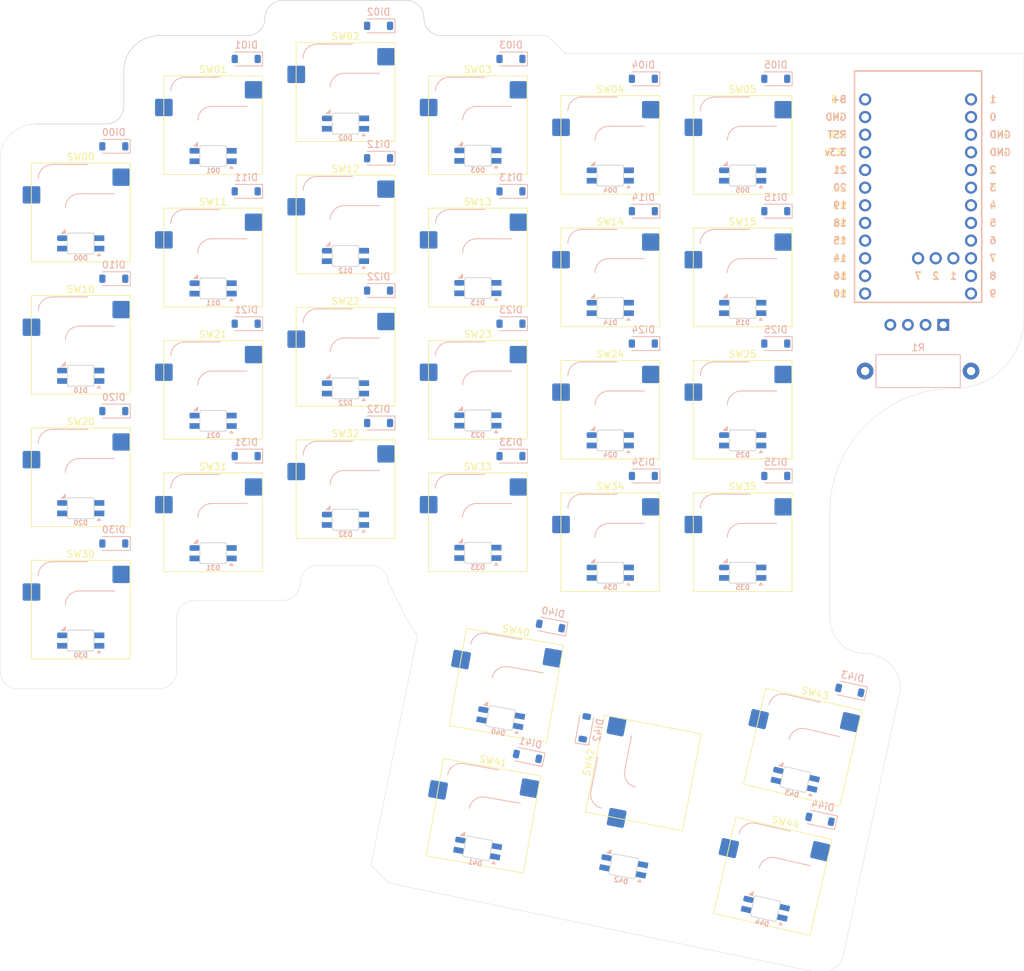
<source format=kicad_pcb>
(kicad_pcb (version 20241229) (generator "pcbnew") (generator_version "9.0")
  (layers (0 "F.Cu" signal) (2 "B.Cu" signal) (13 "F.Paste" user) (15 "B.Paste" user) (5 "F.SilkS" user "F.Silkscreen") (7 "B.SilkS" user "B.Silkscreen") (1 "F.Mask" user) (3 "B.Mask" user) (25 "Edge.Cuts" user))
  (net 0 "")
  (net 1 "Row1")
  (net 2 "Row2")
  (net 3 "Row3")
  (net 4 "Col1")
  (net 5 "Col2")
  (net 6 "Col3")
  (net 7 "Col4")
  (net 8 "Col5")
  (net 9 "Row0")
  (net 10 "Col0")
  (net 42 "Net-(D00-DOUT)")
  (net 43 "Net-(D00-DIN)")
  (net 44 "GND")
  (net 45 "Led_PW")
  (net 46 "Net-(D01-DOUT)")
  (net 47 "Net-(D02-DOUT)")
  (net 48 "Net-(D03-DOUT)")
  (net 49 "Net-(D04-DOUT)")
  (net 50 "Net-(D05-DOUT)")
  (net 51 "Net-(D10-DOUT)")
  (net 52 "Net-(D11-DOUT)")
  (net 53 "Net-(D12-DOUT)")
  (net 54 "Net-(D14-DOUT)")
  (net 55 "Net-(D15-DOUT)")
  (net 56 "Net-(D21-DOUT)")
  (net 57 "Net-(D22-DOUT)")
  (net 58 "Net-(D23-DOUT)")
  (net 59 "Net-(D24-DOUT)")
  (net 60 "Net-(D25-DOUT)")
  (net 61 "Led_D")
  (net 62 "Net-(D20-DOUT)")
  (net 64 "Net-(D13-DOUT)")
  (net 70 "Net-(D30-DOUT)")
  (net 71 "Net-(D31-DOUT)")
  (net 72 "Net-(D32-DOUT)")
  (net 73 "Net-(D33-DOUT)")
  (net 74 "Net-(D34-DOUT)")
  (net 75 "Net-(D35-DOUT)")
  (net 76 "Net-(D40-DOUT)")
  (net 77 "Net-(D41-DOUT)")
  (net 78 "Net-(D42-DOUT)")
  (net 79 "Net-(D43-DOUT)")
  (net 81 "Net-(Di00-A)")
  (net 82 "Net-(Di01-A)")
  (net 83 "Net-(Di02-A)")
  (net 84 "Net-(Di03-A)")
  (net 85 "Net-(Di04-A)")
  (net 86 "Net-(Di05-A)")
  (net 87 "Net-(Di10-A)")
  (net 88 "Net-(Di11-A)")
  (net 89 "Net-(Di12-A)")
  (net 90 "Net-(Di13-A)")
  (net 91 "Net-(Di14-A)")
  (net 92 "Net-(Di15-A)")
  (net 93 "Net-(Di20-A)")
  (net 94 "Net-(Di21-A)")
  (net 95 "Net-(Di22-A)")
  (net 96 "Net-(Di23-A)")
  (net 97 "Net-(Di24-A)")
  (net 98 "Net-(Di25-A)")
  (net 99 "Net-(Di30-A)")
  (net 100 "Net-(Di31-A)")
  (net 101 "Net-(Di32-A)")
  (net 102 "Net-(Di33-A)")
  (net 103 "Net-(Di34-A)")
  (net 104 "Net-(Di35-A)")
  (net 105 "Row4")
  (net 111 "Net-(Di40-A)")
  (net 112 "Net-(Di41-A)")
  (net 113 "Net-(Di42-A)")
  (net 114 "Net-(Di43-A)")
  (net 115 "Net-(Di44-A)")
  (footprint "ScottoKeebs_Hotswap:Hotswap_MX_1.00u" (layer "F.Cu") (at 35.71875 115.6175)
    (property "Reference" "SW30" (at 0 -8 0) (layer "F.SilkS"))
    (property "Value" "A")
    (pad "" np_thru_hole circle (at -5.08 0) (size 1.75 1.75) (drill 1.75) (layers "*.Cu" "*.Mask"))
    (pad "" np_thru_hole circle (at -3.81 -2.54) (size 3.05 3.05) (drill 3.05) (layers "*.Cu" "*.Mask"))
    (pad "" np_thru_hole circle (at 0 0) (size 4 4) (drill 4) (layers "*.Cu" "*.Mask"))
    (pad "" np_thru_hole circle (at 2.54 -5.08) (size 3.05 3.05) (drill 3.05) (layers "*.Cu" "*.Mask"))
    (pad "" np_thru_hole circle (at 5.08 0) (size 1.75 1.75) (drill 1.75) (layers "*.Cu" "*.Mask"))
    (pad "1" smd roundrect (at -7.085 -2.54) (size 2.55 2.5) (layers "B.Cu" "B.Mask" "B.Paste") (roundrect_rratio 0.1) (net 10 "Col0"))
    (pad "2" smd roundrect (at 5.842 -5.08) (size 2.55 2.5) (layers "B.Cu" "B.Mask" "B.Paste") (roundrect_rratio 0.1) (net 99 "Net-(Di30-A)"))
  )
  (footprint "ScottoKeebs_Components:OLED_128x32" (layer "F.Cu") (at 150.03 76.23 90)
    (property "Reference" "J1" (hide yes))
    (property "Value" "OLED_128x32")
    (pad "1" thru_hole rect (at 1.6 9.8 270) (size 1.7 1.7) (drill 1) (layers "*.Cu" "*.Mask"))
    (pad "2" thru_hole oval (at 1.6 7.26 270) (size 1.7 1.7) (drill 1) (layers "*.Cu" "*.Mask"))
    (pad "3" thru_hole oval (at 1.6 4.72 270) (size 1.7 1.7) (drill 1) (layers "*.Cu" "*.Mask"))
    (pad "4" thru_hole oval (at 1.6 2.18 270) (size 1.7 1.7) (drill 1) (layers "*.Cu" "*.Mask"))
  )
  (footprint "ScottoKeebs_Hotswap:Hotswap_MX_1.00u" (layer "F.Cu") (at 111.91875 67.802)
    (property "Reference" "SW14" (at 0 -8 0) (layer "F.SilkS"))
    (property "Value" "G")
    (pad "" np_thru_hole circle (at -5.08 0) (size 1.75 1.75) (drill 1.75) (layers "*.Cu" "*.Mask"))
    (pad "" np_thru_hole circle (at -3.81 -2.54) (size 3.05 3.05) (drill 3.05) (layers "*.Cu" "*.Mask"))
    (pad "" np_thru_hole circle (at 0 0) (size 4 4) (drill 4) (layers "*.Cu" "*.Mask"))
    (pad "" np_thru_hole circle (at 2.54 -5.08) (size 3.05 3.05) (drill 3.05) (layers "*.Cu" "*.Mask"))
    (pad "" np_thru_hole circle (at 5.08 0) (size 1.75 1.75) (drill 1.75) (layers "*.Cu" "*.Mask"))
    (pad "1" smd roundrect (at -7.085 -2.54) (size 2.55 2.5) (layers "B.Cu" "B.Mask" "B.Paste") (roundrect_rratio 0.1) (net 7 "Col4"))
    (pad "2" smd roundrect (at 5.842 -5.08) (size 2.55 2.5) (layers "B.Cu" "B.Mask" "B.Paste") (roundrect_rratio 0.1) (net 91 "Net-(Di14-A)"))
  )
  (footprint "ScottoKeebs_Hotswap:Hotswap_MX_1.00u" (layer "F.Cu") (at 92.86875 45.8945)
    (property "Reference" "SW03" (at 0 -8 0) (layer "F.SilkS"))
    (property "Value" "SW_Push_45deg")
    (pad "" np_thru_hole circle (at -5.08 0) (size 1.75 1.75) (drill 1.75) (layers "*.Cu" "*.Mask"))
    (pad "" np_thru_hole circle (at -3.81 -2.54) (size 3.05 3.05) (drill 3.05) (layers "*.Cu" "*.Mask"))
    (pad "" np_thru_hole circle (at 0 0) (size 4 4) (drill 4) (layers "*.Cu" "*.Mask"))
    (pad "" np_thru_hole circle (at 2.54 -5.08) (size 3.05 3.05) (drill 3.05) (layers "*.Cu" "*.Mask"))
    (pad "" np_thru_hole circle (at 5.08 0) (size 1.75 1.75) (drill 1.75) (layers "*.Cu" "*.Mask"))
    (pad "1" smd roundrect (at -7.085 -2.54) (size 2.55 2.5) (layers "B.Cu" "B.Mask" "B.Paste") (roundrect_rratio 0.1) (net 6 "Col3"))
    (pad "2" smd roundrect (at 5.842 -5.08) (size 2.55 2.5) (layers "B.Cu" "B.Mask" "B.Paste") (roundrect_rratio 0.1) (net 84 "Net-(Di03-A)"))
  )
  (footprint "ScottoKeebs_Hotswap:Hotswap_MX_1.00u" (layer "F.Cu") (at 111.91875 105.902)
    (property "Reference" "SW34" (at 0 -8 0) (layer "F.SilkS"))
    (property "Value" "SW_Push_45deg")
    (pad "" np_thru_hole circle (at -5.08 0) (size 1.75 1.75) (drill 1.75) (layers "*.Cu" "*.Mask"))
    (pad "" np_thru_hole circle (at -3.81 -2.54) (size 3.05 3.05) (drill 3.05) (layers "*.Cu" "*.Mask"))
    (pad "" np_thru_hole circle (at 0 0) (size 4 4) (drill 4) (layers "*.Cu" "*.Mask"))
    (pad "" np_thru_hole circle (at 2.54 -5.08) (size 3.05 3.05) (drill 3.05) (layers "*.Cu" "*.Mask"))
    (pad "" np_thru_hole circle (at 5.08 0) (size 1.75 1.75) (drill 1.75) (layers "*.Cu" "*.Mask"))
    (pad "1" smd roundrect (at -7.085 -2.54) (size 2.55 2.5) (layers "B.Cu" "B.Mask" "B.Paste") (roundrect_rratio 0.1) (net 7 "Col4"))
    (pad "2" smd roundrect (at 5.842 -5.08) (size 2.55 2.5) (layers "B.Cu" "B.Mask" "B.Paste") (roundrect_rratio 0.1) (net 103 "Net-(Di34-A)"))
  )
  (footprint "ScottoKeebs_Hotswap:Hotswap_MX_1.00u" (layer "F.Cu") (at 130.96875 86.852)
    (property "Reference" "SW25" (at 0 -8 0) (layer "F.SilkS"))
    (property "Value" "SW_Push_45deg")
    (pad "" np_thru_hole circle (at -5.08 0) (size 1.75 1.75) (drill 1.75) (layers "*.Cu" "*.Mask"))
    (pad "" np_thru_hole circle (at -3.81 -2.54) (size 3.05 3.05) (drill 3.05) (layers "*.Cu" "*.Mask"))
    (pad "" np_thru_hole circle (at 0 0) (size 4 4) (drill 4) (layers "*.Cu" "*.Mask"))
    (pad "" np_thru_hole circle (at 2.54 -5.08) (size 3.05 3.05) (drill 3.05) (layers "*.Cu" "*.Mask"))
    (pad "" np_thru_hole circle (at 5.08 0) (size 1.75 1.75) (drill 1.75) (layers "*.Cu" "*.Mask"))
    (pad "1" smd roundrect (at -7.085 -2.54) (size 2.55 2.5) (layers "B.Cu" "B.Mask" "B.Paste") (roundrect_rratio 0.1) (net 8 "Col5"))
    (pad "2" smd roundrect (at 5.842 -5.08) (size 2.55 2.5) (layers "B.Cu" "B.Mask" "B.Paste") (roundrect_rratio 0.1) (net 98 "Net-(Di25-A)"))
  )
  (footprint "ScottoKeebs_Hotswap:Hotswap_MX_1.00u" (layer "F.Cu") (at 35.71875 96.5675)
    (property "Reference" "SW20" (at 0 -8 0) (layer "F.SilkS"))
    (property "Value" "Shift")
    (pad "" np_thru_hole circle (at -5.08 0) (size 1.75 1.75) (drill 1.75) (layers "*.Cu" "*.Mask"))
    (pad "" np_thru_hole circle (at -3.81 -2.54) (size 3.05 3.05) (drill 3.05) (layers "*.Cu" "*.Mask"))
    (pad "" np_thru_hole circle (at 0 0) (size 4 4) (drill 4) (layers "*.Cu" "*.Mask"))
    (pad "" np_thru_hole circle (at 2.54 -5.08) (size 3.05 3.05) (drill 3.05) (layers "*.Cu" "*.Mask"))
    (pad "" np_thru_hole circle (at 5.08 0) (size 1.75 1.75) (drill 1.75) (layers "*.Cu" "*.Mask"))
    (pad "1" smd roundrect (at -7.085 -2.54) (size 2.55 2.5) (layers "B.Cu" "B.Mask" "B.Paste") (roundrect_rratio 0.1) (net 10 "Col0"))
    (pad "2" smd roundrect (at 5.842 -5.08) (size 2.55 2.5) (layers "B.Cu" "B.Mask" "B.Paste") (roundrect_rratio 0.1) (net 93 "Net-(Di20-A)"))
  )
  (footprint "ScottoKeebs_Hotswap:Hotswap_MX_1.00u" (layer "F.Cu") (at 92.86875 64.9445)
    (property "Reference" "SW13" (at 0 -8 0) (layer "F.SilkS"))
    (property "Value" "F")
    (pad "" np_thru_hole circle (at -5.08 0) (size 1.75 1.75) (drill 1.75) (layers "*.Cu" "*.Mask"))
    (pad "" np_thru_hole circle (at -3.81 -2.54) (size 3.05 3.05) (drill 3.05) (layers "*.Cu" "*.Mask"))
    (pad "" np_thru_hole circle (at 0 0) (size 4 4) (drill 4) (layers "*.Cu" "*.Mask"))
    (pad "" np_thru_hole circle (at 2.54 -5.08) (size 3.05 3.05) (drill 3.05) (layers "*.Cu" "*.Mask"))
    (pad "" np_thru_hole circle (at 5.08 0) (size 1.75 1.75) (drill 1.75) (layers "*.Cu" "*.Mask"))
    (pad "1" smd roundrect (at -7.085 -2.54) (size 2.55 2.5) (layers "B.Cu" "B.Mask" "B.Paste") (roundrect_rratio 0.1) (net 6 "Col3"))
    (pad "2" smd roundrect (at 5.842 -5.08) (size 2.55 2.5) (layers "B.Cu" "B.Mask" "B.Paste") (roundrect_rratio 0.1) (net 90 "Net-(Di13-A)"))
  )
  (footprint "ScottoKeebs_Hotswap:Hotswap_MX_1.00u" (layer "F.Cu") (at 130.96875 67.802)
    (property "Reference" "SW15" (at 0 -8 0) (layer "F.SilkS"))
    (property "Value" "Makro")
    (pad "" np_thru_hole circle (at -5.08 0) (size 1.75 1.75) (drill 1.75) (layers "*.Cu" "*.Mask"))
    (pad "" np_thru_hole circle (at -3.81 -2.54) (size 3.05 3.05) (drill 3.05) (layers "*.Cu" "*.Mask"))
    (pad "" np_thru_hole circle (at 0 0) (size 4 4) (drill 4) (layers "*.Cu" "*.Mask"))
    (pad "" np_thru_hole circle (at 2.54 -5.08) (size 3.05 3.05) (drill 3.05) (layers "*.Cu" "*.Mask"))
    (pad "" np_thru_hole circle (at 5.08 0) (size 1.75 1.75) (drill 1.75) (layers "*.Cu" "*.Mask"))
    (pad "1" smd roundrect (at -7.085 -2.54) (size 2.55 2.5) (layers "B.Cu" "B.Mask" "B.Paste") (roundrect_rratio 0.1) (net 8 "Col5"))
    (pad "2" smd roundrect (at 5.842 -5.08) (size 2.55 2.5) (layers "B.Cu" "B.Mask" "B.Paste") (roundrect_rratio 0.1) (net 92 "Net-(Di15-A)"))
  )
  (footprint "ScottoKeebs_Hotswap:Hotswap_MX_1.00u" (layer "F.Cu") (at 92.86875 103.0445)
    (property "Reference" "SW33" (at 0 -8 0) (layer "F.SilkS"))
    (property "Value" "SW_Push_45deg")
    (pad "" np_thru_hole circle (at -5.08 0) (size 1.75 1.75) (drill 1.75) (layers "*.Cu" "*.Mask"))
    (pad "" np_thru_hole circle (at -3.81 -2.54) (size 3.05 3.05) (drill 3.05) (layers "*.Cu" "*.Mask"))
    (pad "" np_thru_hole circle (at 0 0) (size 4 4) (drill 4) (layers "*.Cu" "*.Mask"))
    (pad "" np_thru_hole circle (at 2.54 -5.08) (size 3.05 3.05) (drill 3.05) (layers "*.Cu" "*.Mask"))
    (pad "" np_thru_hole circle (at 5.08 0) (size 1.75 1.75) (drill 1.75) (layers "*.Cu" "*.Mask"))
    (pad "1" smd roundrect (at -7.085 -2.54) (size 2.55 2.5) (layers "B.Cu" "B.Mask" "B.Paste") (roundrect_rratio 0.1) (net 6 "Col3"))
    (pad "2" smd roundrect (at 5.842 -5.08) (size 2.55 2.5) (layers "B.Cu" "B.Mask" "B.Paste") (roundrect_rratio 0.1) (net 102 "Net-(Di33-A)"))
  )
  (footprint "ScottoKeebs_Hotswap:Hotswap_MX_1.00u" (layer "F.Cu") (at 111.91875 86.852)
    (property "Reference" "SW24" (at 0 -8 0) (layer "F.SilkS"))
    (property "Value" "SW_Push_45deg")
    (pad "" np_thru_hole circle (at -5.08 0) (size 1.75 1.75) (drill 1.75) (layers "*.Cu" "*.Mask"))
    (pad "" np_thru_hole circle (at -3.81 -2.54) (size 3.05 3.05) (drill 3.05) (layers "*.Cu" "*.Mask"))
    (pad "" np_thru_hole circle (at 0 0) (size 4 4) (drill 4) (layers "*.Cu" "*.Mask"))
    (pad "" np_thru_hole circle (at 2.54 -5.08) (size 3.05 3.05) (drill 3.05) (layers "*.Cu" "*.Mask"))
    (pad "" np_thru_hole circle (at 5.08 0) (size 1.75 1.75) (drill 1.75) (layers "*.Cu" "*.Mask"))
    (pad "1" smd roundrect (at -7.085 -2.54) (size 2.55 2.5) (layers "B.Cu" "B.Mask" "B.Paste") (roundrect_rratio 0.1) (net 7 "Col4"))
    (pad "2" smd roundrect (at 5.842 -5.08) (size 2.55 2.5) (layers "B.Cu" "B.Mask" "B.Paste") (roundrect_rratio 0.1) (net 97 "Net-(Di24-A)"))
  )
  (footprint "ScottoKeebs_Hotswap:Hotswap_MX_1.75u" (layer "F.Cu") (at 116.68125 139.1125 79)
    (property "Reference" "SW42" (at 0 -8.000001 79) (layer "F.SilkS"))
    (property "Value" "SW_Push_45deg")
    (pad "" np_thru_hole circle (at -5.08 -0.000001 79) (size 1.75 1.75) (drill 1.75) (layers "*.Cu" "*.Mask"))
    (pad "" np_thru_hole circle (at -3.810001 -2.539999 79) (size 3.05 3.05) (drill 3.05) (layers "*.Cu" "*.Mask"))
    (pad "" np_thru_hole circle (at 0 0 79) (size 4 4) (drill 4) (layers "*.Cu" "*.Mask"))
    (pad "" np_thru_hole circle (at 2.54 -5.080001 79) (size 3.05 3.05) (drill 3.05) (layers "*.Cu" "*.Mask"))
    (pad "" np_thru_hole circle (at 5.08 0.000001 79) (size 1.75 1.75) (drill 1.75) (layers "*.Cu" "*.Mask"))
    (pad "1" smd roundrect (at -7.085 -2.540001 79) (size 2.55 2.5) (layers "B.Cu" "B.Mask" "B.Paste") (roundrect_rratio 0.1))
    (pad "2" smd roundrect (at 5.842 -5.08 79) (size 2.55 2.5) (layers "B.Cu" "B.Mask" "B.Paste") (roundrect_rratio 0.1) (net 113 "Net-(Di42-A)"))
  )
  (footprint "ScottoKeebs_Hotswap:Hotswap_MX_1.00u" (layer "F.Cu") (at 35.71875 77.5175)
    (property "Reference" "SW10" (at 0 -8 0) (layer "F.SilkS"))
    (property "Value" "A")
    (pad "" np_thru_hole circle (at -5.08 0) (size 1.75 1.75) (drill 1.75) (layers "*.Cu" "*.Mask"))
    (pad "" np_thru_hole circle (at -3.81 -2.54) (size 3.05 3.05) (drill 3.05) (layers "*.Cu" "*.Mask"))
    (pad "" np_thru_hole circle (at 0 0) (size 4 4) (drill 4) (layers "*.Cu" "*.Mask"))
    (pad "" np_thru_hole circle (at 2.54 -5.08) (size 3.05 3.05) (drill 3.05) (layers "*.Cu" "*.Mask"))
    (pad "" np_thru_hole circle (at 5.08 0) (size 1.75 1.75) (drill 1.75) (layers "*.Cu" "*.Mask"))
    (pad "1" smd roundrect (at -7.085 -2.54) (size 2.55 2.5) (layers "B.Cu" "B.Mask" "B.Paste") (roundrect_rratio 0.1) (net 10 "Col0"))
    (pad "2" smd roundrect (at 5.842 -5.08) (size 2.55 2.5) (layers "B.Cu" "B.Mask" "B.Paste") (roundrect_rratio 0.1) (net 87 "Net-(Di10-A)"))
  )
  (footprint "ScottoKeebs_Hotswap:Hotswap_MX_1.00u" (layer "F.Cu") (at 111.91875 48.752)
    (property "Reference" "SW04" (at 0 -8 0) (layer "F.SilkS"))
    (property "Value" "SW_Push_45deg")
    (pad "" np_thru_hole circle (at -5.08 0) (size 1.75 1.75) (drill 1.75) (layers "*.Cu" "*.Mask"))
    (pad "" np_thru_hole circle (at -3.81 -2.54) (size 3.05 3.05) (drill 3.05) (layers "*.Cu" "*.Mask"))
    (pad "" np_thru_hole circle (at 0 0) (size 4 4) (drill 4) (layers "*.Cu" "*.Mask"))
    (pad "" np_thru_hole circle (at 2.54 -5.08) (size 3.05 3.05) (drill 3.05) (layers "*.Cu" "*.Mask"))
    (pad "" np_thru_hole circle (at 5.08 0) (size 1.75 1.75) (drill 1.75) (layers "*.Cu" "*.Mask"))
    (pad "1" smd roundrect (at -7.085 -2.54) (size 2.55 2.5) (layers "B.Cu" "B.Mask" "B.Paste") (roundrect_rratio 0.1) (net 7 "Col4"))
    (pad "2" smd roundrect (at 5.842 -5.08) (size 2.55 2.5) (layers "B.Cu" "B.Mask" "B.Paste") (roundrect_rratio 0.1) (net 85 "Net-(Di04-A)"))
  )
  (footprint "ScottoKeebs_Hotswap:Hotswap_MX_1.00u" (layer "F.Cu") (at 92.86875 83.9945)
    (property "Reference" "SW23" (at 0 -8 0) (layer "F.SilkS"))
    (property "Value" "SW_Push_45deg")
    (pad "" np_thru_hole circle (at -5.08 0) (size 1.75 1.75) (drill 1.75) (layers "*.Cu" "*.Mask"))
    (pad "" np_thru_hole circle (at -3.81 -2.54) (size 3.05 3.05) (drill 3.05) (layers "*.Cu" "*.Mask"))
    (pad "" np_thru_hole circle (at 0 0) (size 4 4) (drill 4) (layers "*.Cu" "*.Mask"))
    (pad "" np_thru_hole circle (at 2.54 -5.08) (size 3.05 3.05) (drill 3.05) (layers "*.Cu" "*.Mask"))
    (pad "" np_thru_hole circle (at 5.08 0) (size 1.75 1.75) (drill 1.75) (layers "*.Cu" "*.Mask"))
    (pad "1" smd roundrect (at -7.085 -2.54) (size 2.55 2.5) (layers "B.Cu" "B.Mask" "B.Paste") (roundrect_rratio 0.1) (net 6 "Col3"))
    (pad "2" smd roundrect (at 5.842 -5.08) (size 2.55 2.5) (layers "B.Cu" "B.Mask" "B.Paste") (roundrect_rratio 0.1) (net 96 "Net-(Di23-A)"))
  )
  (footprint "ScottoKeebs_Hotswap:Hotswap_MX_1.00u" (layer "F.Cu") (at 54.76875 103.0445)
    (property "Reference" "SW31" (at 0 -8 0) (layer "F.SilkS"))
    (property "Value" "SW_Push_45deg")
    (pad "" np_thru_hole circle (at -5.08 0) (size 1.75 1.75) (drill 1.75) (layers "*.Cu" "*.Mask"))
    (pad "" np_thru_hole circle (at -3.81 -2.54) (size 3.05 3.05) (drill 3.05) (layers "*.Cu" "*.Mask"))
    (pad "" np_thru_hole circle (at 0 0) (size 4 4) (drill 4) (layers "*.Cu" "*.Mask"))
    (pad "" np_thru_hole circle (at 2.54 -5.08) (size 3.05 3.05) (drill 3.05) (layers "*.Cu" "*.Mask"))
    (pad "" np_thru_hole circle (at 5.08 0) (size 1.75 1.75) (drill 1.75) (layers "*.Cu" "*.Mask"))
    (pad "1" smd roundrect (at -7.085 -2.54) (size 2.55 2.5) (layers "B.Cu" "B.Mask" "B.Paste") (roundrect_rratio 0.1) (net 4 "Col1"))
    (pad "2" smd roundrect (at 5.842 -5.08) (size 2.55 2.5) (layers "B.Cu" "B.Mask" "B.Paste") (roundrect_rratio 0.1) (net 100 "Net-(Di31-A)"))
  )
  (footprint "ScottoKeebs_Hotswap:Hotswap_MX_1.00u" (layer "F.Cu") (at 54.76875 64.9445)
    (property "Reference" "SW11" (at 0 -8 0) (layer "F.SilkS"))
    (property "Value" "S")
    (pad "" np_thru_hole circle (at -5.08 0) (size 1.75 1.75) (drill 1.75) (layers "*.Cu" "*.Mask"))
    (pad "" np_thru_hole circle (at -3.81 -2.54) (size 3.05 3.05) (drill 3.05) (layers "*.Cu" "*.Mask"))
    (pad "" np_thru_hole circle (at 0 0) (size 4 4) (drill 4) (layers "*.Cu" "*.Mask"))
    (pad "" np_thru_hole circle (at 2.54 -5.08) (size 3.05 3.05) (drill 3.05) (layers "*.Cu" "*.Mask"))
    (pad "" np_thru_hole circle (at 5.08 0) (size 1.75 1.75) (drill 1.75) (layers "*.Cu" "*.Mask"))
    (pad "1" smd roundrect (at -7.085 -2.54) (size 2.55 2.5) (layers "B.Cu" "B.Mask" "B.Paste") (roundrect_rratio 0.1) (net 4 "Col1"))
    (pad "2" smd roundrect (at 5.842 -5.08) (size 2.55 2.5) (layers "B.Cu" "B.Mask" "B.Paste") (roundrect_rratio 0.1) (net 88 "Net-(Di11-A)"))
  )
  (footprint "ScottoKeebs_Hotswap:Hotswap_MX_1.00u" (layer "F.Cu") (at 54.76875 83.9945)
    (property "Reference" "SW21" (at 0 -8 0) (layer "F.SilkS"))
    (property "Value" "SW_Push_45deg")
    (pad "" np_thru_hole circle (at -5.08 0) (size 1.75 1.75) (drill 1.75) (layers "*.Cu" "*.Mask"))
    (pad "" np_thru_hole circle (at -3.81 -2.54) (size 3.05 3.05) (drill 3.05) (layers "*.Cu" "*.Mask"))
    (pad "" np_thru_hole circle (at 0 0) (size 4 4) (drill 4) (layers "*.Cu" "*.Mask"))
    (pad "" np_thru_hole circle (at 2.54 -5.08) (size 3.05 3.05) (drill 3.05) (layers "*.Cu" "*.Mask"))
    (pad "" np_thru_hole circle (at 5.08 0) (size 1.75 1.75) (drill 1.75) (layers "*.Cu" "*.Mask"))
    (pad "1" smd roundrect (at -7.085 -2.54) (size 2.55 2.5) (layers "B.Cu" "B.Mask" "B.Paste") (roundrect_rratio 0.1) (net 4 "Col1"))
    (pad "2" smd roundrect (at 5.842 -5.08) (size 2.55 2.5) (layers "B.Cu" "B.Mask" "B.Paste") (roundrect_rratio 0.1) (net 94 "Net-(Di21-A)"))
  )
  (footprint "ScottoKeebs_Hotswap:Hotswap_MX_1.00u" (layer "F.Cu") (at 73.81875 98.282)
    (property "Reference" "SW32" (at 0 -8 0) (layer "F.SilkS"))
    (property "Value" "SW_Push_45deg")
    (pad "" np_thru_hole circle (at -5.08 0) (size 1.75 1.75) (drill 1.75) (layers "*.Cu" "*.Mask"))
    (pad "" np_thru_hole circle (at -3.81 -2.54) (size 3.05 3.05) (drill 3.05) (layers "*.Cu" "*.Mask"))
    (pad "" np_thru_hole circle (at 0 0) (size 4 4) (drill 4) (layers "*.Cu" "*.Mask"))
    (pad "" np_thru_hole circle (at 2.54 -5.08) (size 3.05 3.05) (drill 3.05) (layers "*.Cu" "*.Mask"))
    (pad "" np_thru_hole circle (at 5.08 0) (size 1.75 1.75) (drill 1.75) (layers "*.Cu" "*.Mask"))
    (pad "1" smd roundrect (at -7.085 -2.54) (size 2.55 2.5) (layers "B.Cu" "B.Mask" "B.Paste") (roundrect_rratio 0.1) (net 5 "Col2"))
    (pad "2" smd roundrect (at 5.842 -5.08) (size 2.55 2.5) (layers "B.Cu" "B.Mask" "B.Paste") (roundrect_rratio 0.1) (net 101 "Net-(Di32-A)"))
  )
  (footprint "ScottoKeebs_Hotswap:Hotswap_MX_1.00u" (layer "F.Cu") (at 73.81875 79.232)
    (property "Reference" "SW22" (at 0 -8 0) (layer "F.SilkS"))
    (property "Value" "SW_Push_45deg")
    (pad "" np_thru_hole circle (at -5.08 0) (size 1.75 1.75) (drill 1.75) (layers "*.Cu" "*.Mask"))
    (pad "" np_thru_hole circle (at -3.81 -2.54) (size 3.05 3.05) (drill 3.05) (layers "*.Cu" "*.Mask"))
    (pad "" np_thru_hole circle (at 0 0) (size 4 4) (drill 4) (layers "*.Cu" "*.Mask"))
    (pad "" np_thru_hole circle (at 2.54 -5.08) (size 3.05 3.05) (drill 3.05) (layers "*.Cu" "*.Mask"))
    (pad "" np_thru_hole circle (at 5.08 0) (size 1.75 1.75) (drill 1.75) (layers "*.Cu" "*.Mask"))
    (pad "1" smd roundrect (at -7.085 -2.54) (size 2.55 2.5) (layers "B.Cu" "B.Mask" "B.Paste") (roundrect_rratio 0.1) (net 5 "Col2"))
    (pad "2" smd roundrect (at 5.842 -5.08) (size 2.55 2.5) (layers "B.Cu" "B.Mask" "B.Paste") (roundrect_rratio 0.1) (net 95 "Net-(Di22-A)"))
  )
  (footprint "ScottoKeebs_Hotswap:Hotswap_MX_1.00u" (layer "F.Cu") (at 73.81875 60.182)
    (property "Reference" "SW12" (at 0 -8 0) (layer "F.SilkS"))
    (property "Value" "D")
    (pad "" np_thru_hole circle (at -5.08 0) (size 1.75 1.75) (drill 1.75) (layers "*.Cu" "*.Mask"))
    (pad "" np_thru_hole circle (at -3.81 -2.54) (size 3.05 3.05) (drill 3.05) (layers "*.Cu" "*.Mask"))
    (pad "" np_thru_hole circle (at 0 0) (size 4 4) (drill 4) (layers "*.Cu" "*.Mask"))
    (pad "" np_thru_hole circle (at 2.54 -5.08) (size 3.05 3.05) (drill 3.05) (layers "*.Cu" "*.Mask"))
    (pad "" np_thru_hole circle (at 5.08 0) (size 1.75 1.75) (drill 1.75) (layers "*.Cu" "*.Mask"))
    (pad "1" smd roundrect (at -7.085 -2.54) (size 2.55 2.5) (layers "B.Cu" "B.Mask" "B.Paste") (roundrect_rratio 0.1) (net 5 "Col2"))
    (pad "2" smd roundrect (at 5.842 -5.08) (size 2.55 2.5) (layers "B.Cu" "B.Mask" "B.Paste") (roundrect_rratio 0.1) (net 89 "Net-(Di12-A)"))
  )
  (footprint "ScottoKeebs_Hotswap:Hotswap_MX_1.00u" (layer "F.Cu") (at 54.76875 45.8945)
    (property "Reference" "SW01" (at 0 -8 0) (layer "F.SilkS"))
    (property "Value" "SW_Push_45deg")
    (pad "" np_thru_hole circle (at -5.08 0) (size 1.75 1.75) (drill 1.75) (layers "*.Cu" "*.Mask"))
    (pad "" np_thru_hole circle (at -3.81 -2.54) (size 3.05 3.05) (drill 3.05) (layers "*.Cu" "*.Mask"))
    (pad "" np_thru_hole circle (at 0 0) (size 4 4) (drill 4) (layers "*.Cu" "*.Mask"))
    (pad "" np_thru_hole circle (at 2.54 -5.08) (size 3.05 3.05) (drill 3.05) (layers "*.Cu" "*.Mask"))
    (pad "" np_thru_hole circle (at 5.08 0) (size 1.75 1.75) (drill 1.75) (layers "*.Cu" "*.Mask"))
    (pad "1" smd roundrect (at -7.085 -2.54) (size 2.55 2.5) (layers "B.Cu" "B.Mask" "B.Paste") (roundrect_rratio 0.1) (net 4 "Col1"))
    (pad "2" smd roundrect (at 5.842 -5.08) (size 2.55 2.5) (layers "B.Cu" "B.Mask" "B.Paste") (roundrect_rratio 0.1) (net 82 "Net-(Di01-A)"))
  )
  (footprint "ScottoKeebs_Hotswap:Hotswap_MX_1.00u" (layer "F.Cu") (at 93.668354 145.284545 -10)
    (property "Reference" "SW41" (at 0 -8 170) (layer "F.SilkS"))
    (property "Value" "SW_Push_45deg")
    (pad "" np_thru_hole circle (at -5.08 0 350) (size 1.75 1.75) (drill 1.75) (layers "*.Cu" "*.Mask"))
    (pad "" np_thru_hole circle (at -3.81 -2.54 350) (size 3.05 3.05) (drill 3.05) (layers "*.Cu" "*.Mask"))
    (pad "" np_thru_hole circle (at 0 0 350) (size 4 4) (drill 4) (layers "*.Cu" "*.Mask"))
    (pad "" np_thru_hole circle (at 2.54 -5.08 350) (size 3.05 3.05) (drill 3.05) (layers "*.Cu" "*.Mask"))
    (pad "" np_thru_hole circle (at 5.08 0 350) (size 1.75 1.75) (drill 1.75) (layers "*.Cu" "*.Mask"))
    (pad "1" smd roundrect (at -7.085 -2.54 350) (size 2.55 2.5) (layers "B.Cu" "B.Mask" "B.Paste") (roundrect_rratio 0.1))
    (pad "2" smd roundrect (at 5.842 -5.08 350) (size 2.55 2.5) (layers "B.Cu" "B.Mask" "B.Paste") (roundrect_rratio 0.1) (net 112 "Net-(Di41-A)"))
  )
  (footprint "ScottoKeebs_Hotswap:Hotswap_MX_1.00u" (layer "F.Cu") (at 35.71875 58.4675)
    (property "Reference" "SW00" (at 0 -8 0) (layer "F.SilkS"))
    (property "Value" "A")
    (pad "" np_thru_hole circle (at -5.08 0) (size 1.75 1.75) (drill 1.75) (layers "*.Cu" "*.Mask"))
    (pad "" np_thru_hole circle (at -3.81 -2.54) (size 3.05 3.05) (drill 3.05) (layers "*.Cu" "*.Mask"))
    (pad "" np_thru_hole circle (at 0 0) (size 4 4) (drill 4) (layers "*.Cu" "*.Mask"))
    (pad "" np_thru_hole circle (at 2.54 -5.08) (size 3.05 3.05) (drill 3.05) (layers "*.Cu" "*.Mask"))
    (pad "" np_thru_hole circle (at 5.08 0) (size 1.75 1.75) (drill 1.75) (layers "*.Cu" "*.Mask"))
    (pad "1" smd roundrect (at -7.085 -2.54) (size 2.55 2.5) (layers "B.Cu" "B.Mask" "B.Paste") (roundrect_rratio 0.1) (net 10 "Col0"))
    (pad "2" smd roundrect (at 5.842 -5.08) (size 2.55 2.5) (layers "B.Cu" "B.Mask" "B.Paste") (roundrect_rratio 0.1) (net 81 "Net-(Di00-A)"))
  )
  (footprint "ScottoKeebs_Hotswap:Hotswap_MX_1.00u" (layer "F.Cu") (at 130.96875 48.752)
    (property "Reference" "SW05" (at 0 -8 0) (layer "F.SilkS"))
    (property "Value" "SW_Push_45deg")
    (pad "" np_thru_hole circle (at -5.08 0) (size 1.75 1.75) (drill 1.75) (layers "*.Cu" "*.Mask"))
    (pad "" np_thru_hole circle (at -3.81 -2.54) (size 3.05 3.05) (drill 3.05) (layers "*.Cu" "*.Mask"))
    (pad "" np_thru_hole circle (at 0 0) (size 4 4) (drill 4) (layers "*.Cu" "*.Mask"))
    (pad "" np_thru_hole circle (at 2.54 -5.08) (size 3.05 3.05) (drill 3.05) (layers "*.Cu" "*.Mask"))
    (pad "" np_thru_hole circle (at 5.08 0) (size 1.75 1.75) (drill 1.75) (layers "*.Cu" "*.Mask"))
    (pad "1" smd roundrect (at -7.085 -2.54) (size 2.55 2.5) (layers "B.Cu" "B.Mask" "B.Paste") (roundrect_rratio 0.1) (net 8 "Col5"))
    (pad "2" smd roundrect (at 5.842 -5.08) (size 2.55 2.5) (layers "B.Cu" "B.Mask" "B.Paste") (roundrect_rratio 0.1) (net 86 "Net-(Di05-A)"))
  )
  (footprint "ScottoKeebs_Hotswap:Hotswap_MX_1.00u" (layer "F.Cu") (at 135.314217 153.994616 -13)
    (property "Reference" "SW44" (at -0.000001 -8 167) (layer "F.SilkS"))
    (property "Value" "SW_Push_45deg")
    (pad "" np_thru_hole circle (at -5.08 0 347) (size 1.75 1.75) (drill 1.75) (layers "*.Cu" "*.Mask"))
    (pad "" np_thru_hole circle (at -3.81 -2.54 347) (size 3.05 3.05) (drill 3.05) (layers "*.Cu" "*.Mask"))
    (pad "" np_thru_hole circle (at 0 0 347) (size 4 4) (drill 4) (layers "*.Cu" "*.Mask"))
    (pad "" np_thru_hole circle (at 2.54 -5.08 347) (size 3.05 3.05) (drill 3.05) (layers "*.Cu" "*.Mask"))
    (pad "" np_thru_hole circle (at 5.08 0 347) (size 1.75 1.75) (drill 1.75) (layers "*.Cu" "*.Mask"))
    (pad "1" smd roundrect (at -7.085 -2.54 347) (size 2.55 2.5) (layers "B.Cu" "B.Mask" "B.Paste") (roundrect_rratio 0.1))
    (pad "2" smd roundrect (at 5.842 -5.08 347) (size 2.55 2.5) (layers "B.Cu" "B.Mask" "B.Paste") (roundrect_rratio 0.1) (net 115 "Net-(Di44-A)"))
  )
  (footprint "ScottoKeebs_Hotswap:Hotswap_MX_1.00u" (layer "F.Cu") (at 139.599534 135.432866 -13)
    (property "Reference" "SW43" (at -0.000001 -8 167) (layer "F.SilkS"))
    (property "Value" "SW_Push_45deg")
    (pad "" np_thru_hole circle (at -5.08 0 347) (size 1.75 1.75) (drill 1.75) (layers "*.Cu" "*.Mask"))
    (pad "" np_thru_hole circle (at -3.81 -2.54 347) (size 3.05 3.05) (drill 3.05) (layers "*.Cu" "*.Mask"))
    (pad "" np_thru_hole circle (at 0 0 347) (size 4 4) (drill 4) (layers "*.Cu" "*.Mask"))
    (pad "" np_thru_hole circle (at 2.54 -5.08 347) (size 3.05 3.05) (drill 3.05) (layers "*.Cu" "*.Mask"))
    (pad "" np_thru_hole circle (at 5.08 0 347) (size 1.75 1.75) (drill 1.75) (layers "*.Cu" "*.Mask"))
    (pad "1" smd roundrect (at -7.085 -2.54 347) (size 2.55 2.5) (layers "B.Cu" "B.Mask" "B.Paste") (roundrect_rratio 0.1))
    (pad "2" smd roundrect (at 5.842 -5.08 347) (size 2.55 2.5) (layers "B.Cu" "B.Mask" "B.Paste") (roundrect_rratio 0.1) (net 114 "Net-(Di43-A)"))
  )
  (footprint "ScottoKeebs_Hotswap:Hotswap_MX_1.00u" (layer "F.Cu") (at 96.976352 126.523957 -10)
    (property "Reference" "SW40" (at 0 -8 170) (layer "F.SilkS"))
    (property "Value" "SW04")
    (pad "" np_thru_hole circle (at -5.08 0 350) (size 1.75 1.75) (drill 1.75) (layers "*.Cu" "*.Mask"))
    (pad "" np_thru_hole circle (at -3.81 -2.54 350) (size 3.05 3.05) (drill 3.05) (layers "*.Cu" "*.Mask"))
    (pad "" np_thru_hole circle (at 0 0 350) (size 4 4) (drill 4) (layers "*.Cu" "*.Mask"))
    (pad "" np_thru_hole circle (at 2.54 -5.08 350) (size 3.05 3.05) (drill 3.05) (layers "*.Cu" "*.Mask"))
    (pad "" np_thru_hole circle (at 5.08 0 350) (size 1.75 1.75) (drill 1.75) (layers "*.Cu" "*.Mask"))
    (pad "1" smd roundrect (at -7.085 -2.54 350) (size 2.55 2.5) (layers "B.Cu" "B.Mask" "B.Paste") (roundrect_rratio 0.1))
    (pad "2" smd roundrect (at 5.842 -5.08 350) (size 2.55 2.5) (layers "B.Cu" "B.Mask" "B.Paste") (roundrect_rratio 0.1) (net 111 "Net-(Di40-A)"))
  )
  (footprint "ScottoKeebs_Hotswap:Hotswap_MX_1.00u" (layer "F.Cu") (at 73.81875 41.132)
    (property "Reference" "SW02" (at 0 -8 0) (layer "F.SilkS"))
    (property "Value" "SW_Push_45deg")
    (pad "" np_thru_hole circle (at -5.08 0) (size 1.75 1.75) (drill 1.75) (layers "*.Cu" "*.Mask"))
    (pad "" np_thru_hole circle (at -3.81 -2.54) (size 3.05 3.05) (drill 3.05) (layers "*.Cu" "*.Mask"))
    (pad "" np_thru_hole circle (at 0 0) (size 4 4) (drill 4) (layers "*.Cu" "*.Mask"))
    (pad "" np_thru_hole circle (at 2.54 -5.08) (size 3.05 3.05) (drill 3.05) (layers "*.Cu" "*.Mask"))
    (pad "" np_thru_hole circle (at 5.08 0) (size 1.75 1.75) (drill 1.75) (layers "*.Cu" "*.Mask"))
    (pad "1" smd roundrect (at -7.085 -2.54) (size 2.55 2.5) (layers "B.Cu" "B.Mask" "B.Paste") (roundrect_rratio 0.1) (net 5 "Col2"))
    (pad "2" smd roundrect (at 5.842 -5.08) (size 2.55 2.5) (layers "B.Cu" "B.Mask" "B.Paste") (roundrect_rratio 0.1) (net 83 "Net-(Di02-A)"))
  )
  (footprint "ScottoKeebs_Hotswap:Hotswap_MX_1.00u" (layer "F.Cu") (at 130.96875 105.902)
    (property "Reference" "SW35" (at 0 -8 0) (layer "F.SilkS"))
    (property "Value" "SW_Push_45deg")
    (pad "" np_thru_hole circle (at -5.08 0) (size 1.75 1.75) (drill 1.75) (layers "*.Cu" "*.Mask"))
    (pad "" np_thru_hole circle (at -3.81 -2.54) (size 3.05 3.05) (drill 3.05) (layers "*.Cu" "*.Mask"))
    (pad "" np_thru_hole circle (at 0 0) (size 4 4) (drill 4) (layers "*.Cu" "*.Mask"))
    (pad "" np_thru_hole circle (at 2.54 -5.08) (size 3.05 3.05) (drill 3.05) (layers "*.Cu" "*.Mask"))
    (pad "" np_thru_hole circle (at 5.08 0) (size 1.75 1.75) (drill 1.75) (layers "*.Cu" "*.Mask"))
    (pad "1" smd roundrect (at -7.085 -2.54) (size 2.55 2.5) (layers "B.Cu" "B.Mask" "B.Paste") (roundrect_rratio 0.1) (net 8 "Col5"))
    (pad "2" smd roundrect (at 5.842 -5.08) (size 2.55 2.5) (layers "B.Cu" "B.Mask" "B.Paste") (roundrect_rratio 0.1) (net 104 "Net-(Di35-A)"))
  )
  (footprint "ScottoKeebs_Components:SK6812-MINI-E" (layer "B.Cu") (at 130.96875 91.247 180)
    (property "Reference" "D25" (at 0 -2.1 0) (layer "B.SilkS") (effects (font (size 0.7 0.7)) (justify mirror)))
    (property "Value" "SK6812MINI" (hide yes))
    (fp_line (start 1.9 1.3) (end 1.9 -1.3) (stroke (width 0.12)) (layer "Edge.Cuts"))
    (fp_line (start 1.7 -1.5) (end -1.7 -1.5) (stroke (width 0.12)) (layer "Edge.Cuts"))
    (fp_line (start -1.7 1.5) (end 1.7 1.5) (stroke (width 0.12)) (layer "Edge.Cuts"))
    (fp_line (start -1.9 -1.3) (end -1.9 1.3) (stroke (width 0.12)) (layer "Edge.Cuts"))
    (fp_arc (start 1.9 1.3) (mid 1.841421 1.441421) (end 1.7 1.5) (stroke (width 0.12)) (layer "Edge.Cuts"))
    (fp_arc (start 1.7 -1.5) (mid 1.841421 -1.441421) (end 1.9 -1.3) (stroke (width 0.12)) (layer "Edge.Cuts"))
    (fp_arc (start -1.7 1.5) (mid -1.841421 1.441421) (end -1.9 1.3) (stroke (width 0.12)) (layer "Edge.Cuts"))
    (fp_arc (start -1.9 -1.3) (mid -1.841421 -1.441421) (end -1.7 -1.5) (stroke (width 0.12)) (layer "Edge.Cuts"))
    (pad "1" smd rect (at -2.675 -0.75 180) (size 1.45 0.82) (layers "B.Cu" "B.Mask" "B.Paste") (net 60 "Net-(D25-DOUT)"))
    (pad "2" smd rect (at -2.675 0.75 180) (size 1.45 0.82) (layers "B.Cu" "B.Mask" "B.Paste") (net 44 "GND"))
    (pad "3" smd roundrect (at 2.675 0.75 180) (size 1.45 0.82) (layers "B.Cu" "B.Mask" "B.Paste") (net 59 "Net-(D24-DOUT)"))
    (pad "4" smd rect (at 2.675 -0.75 180) (size 1.45 0.82) (layers "B.Cu" "B.Mask" "B.Paste"))
  )
  (footprint "Diode_SMD:D_SOD-123" (layer "B.Cu") (at 78.58125 31.607 180)
    (property "Reference" "Di02" (at 0 2 0) (layer "B.SilkS") (effects (justify mirror)))
    (property "Value" "1N4148W")
    (pad "1" smd roundrect (at -1.65 0 180) (size 0.9 1.2) (layers "B.Cu" "B.Mask" "B.Paste") (net 9 "Row0"))
    (pad "2" smd roundrect (at 1.65 0 180) (size 0.9 1.2) (layers "B.Cu" "B.Mask" "B.Paste") (net 83 "Net-(Di02-A)"))
  )
  (footprint "Diode_SMD:D_SOD-123" (layer "B.Cu") (at 40.48125 87.0425 180)
    (property "Reference" "Di20" (at 0 2 0) (layer "B.SilkS") (effects (justify mirror)))
    (property "Value" "1N4148W")
    (pad "1" smd roundrect (at -1.65 0 180) (size 0.9 1.2) (layers "B.Cu" "B.Mask" "B.Paste") (net 2 "Row2"))
    (pad "2" smd roundrect (at 1.65 0 180) (size 0.9 1.2) (layers "B.Cu" "B.Mask" "B.Paste") (net 93 "Net-(Di20-A)"))
  )
  (footprint "Diode_SMD:D_SOD-123" (layer "B.Cu") (at 97.63125 74.4695 180)
    (property "Reference" "Di23" (at 0 2 0) (layer "B.SilkS") (effects (justify mirror)))
    (property "Value" "1N4148W")
    (pad "1" smd roundrect (at -1.65 0 180) (size 0.9 1.2) (layers "B.Cu" "B.Mask" "B.Paste") (net 2 "Row2"))
    (pad "2" smd roundrect (at 1.65 0 180) (size 0.9 1.2) (layers "B.Cu" "B.Mask" "B.Paste") (net 96 "Net-(Di23-A)"))
  )
  (footprint "ScottoKeebs_Components:SK6812-MINI-E" (layer "B.Cu") (at 92.86875 50.2895 180)
    (property "Reference" "D03" (at 0 -2.1 0) (layer "B.SilkS") (effects (font (size 0.7 0.7)) (justify mirror)))
    (property "Value" "SK6812MINI" (hide yes))
    (fp_line (start 1.9 1.3) (end 1.9 -1.3) (stroke (width 0.12)) (layer "Edge.Cuts"))
    (fp_line (start 1.7 -1.5) (end -1.7 -1.5) (stroke (width 0.12)) (layer "Edge.Cuts"))
    (fp_line (start -1.7 1.5) (end 1.7 1.5) (stroke (width 0.12)) (layer "Edge.Cuts"))
    (fp_line (start -1.9 -1.3) (end -1.9 1.3) (stroke (width 0.12)) (layer "Edge.Cuts"))
    (fp_arc (start 1.9 1.3) (mid 1.841421 1.441421) (end 1.7 1.5) (stroke (width 0.12)) (layer "Edge.Cuts"))
    (fp_arc (start 1.7 -1.5) (mid 1.841421 -1.441421) (end 1.9 -1.3) (stroke (width 0.12)) (layer "Edge.Cuts"))
    (fp_arc (start -1.7 1.5) (mid -1.841421 1.441421) (end -1.9 1.3) (stroke (width 0.12)) (layer "Edge.Cuts"))
    (fp_arc (start -1.9 -1.3) (mid -1.841421 -1.441421) (end -1.7 -1.5) (stroke (width 0.12)) (layer "Edge.Cuts"))
    (pad "1" smd rect (at -2.675 -0.75 180) (size 1.45 0.82) (layers "B.Cu" "B.Mask" "B.Paste") (net 48 "Net-(D03-DOUT)"))
    (pad "2" smd rect (at -2.675 0.75 180) (size 1.45 0.82) (layers "B.Cu" "B.Mask" "B.Paste") (net 44 "GND"))
    (pad "3" smd roundrect (at 2.675 0.75 180) (size 1.45 0.82) (layers "B.Cu" "B.Mask" "B.Paste") (net 47 "Net-(D02-DOUT)"))
    (pad "4" smd rect (at 2.675 -0.75 180) (size 1.45 0.82) (layers "B.Cu" "B.Mask" "B.Paste") (net 45 "Led_PW"))
  )
  (footprint "Diode_SMD:D_SOD-123" (layer "B.Cu") (at 40.48125 106.0925 180)
    (property "Reference" "Di30" (at 0 2 0) (layer "B.SilkS") (effects (justify mirror)))
    (property "Value" "1N4148W")
    (pad "1" smd roundrect (at -1.65 0 180) (size 0.9 1.2) (layers "B.Cu" "B.Mask" "B.Paste") (net 3 "Row3"))
    (pad "2" smd roundrect (at 1.65 0 180) (size 0.9 1.2) (layers "B.Cu" "B.Mask" "B.Paste") (net 99 "Net-(Di30-A)"))
  )
  (footprint "ScottoKeebs_Components:SK6812-MINI-E" (layer "B.Cu") (at 35.71875 101.0125 180)
    (property "Reference" "D20" (at 0 -2.1 0) (layer "B.SilkS") (effects (font (size 0.7 0.7)) (justify mirror)))
    (property "Value" "SK6812MINI" (hide yes))
    (fp_line (start 1.9 1.3) (end 1.9 -1.3) (stroke (width 0.12)) (layer "Edge.Cuts"))
    (fp_line (start 1.7 -1.5) (end -1.7 -1.5) (stroke (width 0.12)) (layer "Edge.Cuts"))
    (fp_line (start -1.7 1.5) (end 1.7 1.5) (stroke (width 0.12)) (layer "Edge.Cuts"))
    (fp_line (start -1.9 -1.3) (end -1.9 1.3) (stroke (width 0.12)) (layer "Edge.Cuts"))
    (fp_arc (start 1.9 1.3) (mid 1.841421 1.441421) (end 1.7 1.5) (stroke (width 0.12)) (layer "Edge.Cuts"))
    (fp_arc (start 1.7 -1.5) (mid 1.841421 -1.441421) (end 1.9 -1.3) (stroke (width 0.12)) (layer "Edge.Cuts"))
    (fp_arc (start -1.7 1.5) (mid -1.841421 1.441421) (end -1.9 1.3) (stroke (width 0.12)) (layer "Edge.Cuts"))
    (fp_arc (start -1.9 -1.3) (mid -1.841421 -1.441421) (end -1.7 -1.5) (stroke (width 0.12)) (layer "Edge.Cuts"))
    (pad "1" smd rect (at -2.675 -0.75 180) (size 1.45 0.82) (layers "B.Cu" "B.Mask" "B.Paste") (net 62 "Net-(D20-DOUT)"))
    (pad "2" smd rect (at -2.675 0.75 180) (size 1.45 0.82) (layers "B.Cu" "B.Mask" "B.Paste") (net 44 "GND"))
    (pad "3" smd roundrect (at 2.675 0.75 180) (size 1.45 0.82) (layers "B.Cu" "B.Mask" "B.Paste") (net 55 "Net-(D15-DOUT)"))
    (pad "4" smd rect (at 2.675 -0.75 180) (size 1.45 0.82) (layers "B.Cu" "B.Mask" "B.Paste"))
  )
  (footprint "ScottoKeebs_Components:SK6812-MINI-E" (layer "B.Cu") (at 130.96875 53.147 180)
    (property "Reference" "D05" (at 0 -2.1 0) (layer "B.SilkS") (effects (font (size 0.7 0.7)) (justify mirror)))
    (property "Value" "SK6812MINI" (hide yes))
    (fp_line (start 1.9 1.3) (end 1.9 -1.3) (stroke (width 0.12)) (layer "Edge.Cuts"))
    (fp_line (start 1.7 -1.5) (end -1.7 -1.5) (stroke (width 0.12)) (layer "Edge.Cuts"))
    (fp_line (start -1.7 1.5) (end 1.7 1.5) (stroke (width 0.12)) (layer "Edge.Cuts"))
    (fp_line (start -1.9 -1.3) (end -1.9 1.3) (stroke (width 0.12)) (layer "Edge.Cuts"))
    (fp_arc (start 1.9 1.3) (mid 1.841421 1.441421) (end 1.7 1.5) (stroke (width 0.12)) (layer "Edge.Cuts"))
    (fp_arc (start 1.7 -1.5) (mid 1.841421 -1.441421) (end 1.9 -1.3) (stroke (width 0.12)) (layer "Edge.Cuts"))
    (fp_arc (start -1.7 1.5) (mid -1.841421 1.441421) (end -1.9 1.3) (stroke (width 0.12)) (layer "Edge.Cuts"))
    (fp_arc (start -1.9 -1.3) (mid -1.841421 -1.441421) (end -1.7 -1.5) (stroke (width 0.12)) (layer "Edge.Cuts"))
    (pad "1" smd rect (at -2.675 -0.75 180) (size 1.45 0.82) (layers "B.Cu" "B.Mask" "B.Paste") (net 50 "Net-(D05-DOUT)"))
    (pad "2" smd rect (at -2.675 0.75 180) (size 1.45 0.82) (layers "B.Cu" "B.Mask" "B.Paste") (net 44 "GND"))
    (pad "3" smd roundrect (at 2.675 0.75 180) (size 1.45 0.82) (layers "B.Cu" "B.Mask" "B.Paste") (net 49 "Net-(D04-DOUT)"))
    (pad "4" smd rect (at 2.675 -0.75 180) (size 1.45 0.82) (layers "B.Cu" "B.Mask" "B.Paste") (net 45 "Led_PW"))
  )
  (footprint "ScottoKeebs_Components:SK6812-MINI-E" (layer "B.Cu") (at 111.91875 72.197 180)
    (property "Reference" "D14" (at 0 -2.1 0) (layer "B.SilkS") (effects (font (size 0.7 0.7)) (justify mirror)))
    (property "Value" "SK6812MINI" (hide yes))
    (fp_line (start 1.9 1.3) (end 1.9 -1.3) (stroke (width 0.12)) (layer "Edge.Cuts"))
    (fp_line (start 1.7 -1.5) (end -1.7 -1.5) (stroke (width 0.12)) (layer "Edge.Cuts"))
    (fp_line (start -1.7 1.5) (end 1.7 1.5) (stroke (width 0.12)) (layer "Edge.Cuts"))
    (fp_line (start -1.9 -1.3) (end -1.9 1.3) (stroke (width 0.12)) (layer "Edge.Cuts"))
    (fp_arc (start 1.9 1.3) (mid 1.841421 1.441421) (end 1.7 1.5) (stroke (width 0.12)) (layer "Edge.Cuts"))
    (fp_arc (start 1.7 -1.5) (mid 1.841421 -1.441421) (end 1.9 -1.3) (stroke (width 0.12)) (layer "Edge.Cuts"))
    (fp_arc (start -1.7 1.5) (mid -1.841421 1.441421) (end -1.9 1.3) (stroke (width 0.12)) (layer "Edge.Cuts"))
    (fp_arc (start -1.9 -1.3) (mid -1.841421 -1.441421) (end -1.7 -1.5) (stroke (width 0.12)) (layer "Edge.Cuts"))
    (pad "1" smd rect (at -2.675 -0.75 180) (size 1.45 0.82) (layers "B.Cu" "B.Mask" "B.Paste") (net 54 "Net-(D14-DOUT)"))
    (pad "2" smd rect (at -2.675 0.75 180) (size 1.45 0.82) (layers "B.Cu" "B.Mask" "B.Paste") (net 44 "GND"))
    (pad "3" smd roundrect (at 2.675 0.75 180) (size 1.45 0.82) (layers "B.Cu" "B.Mask" "B.Paste") (net 64 "Net-(D13-DOUT)"))
    (pad "4" smd rect (at 2.675 -0.75 180) (size 1.45 0.82) (layers "B.Cu" "B.Mask" "B.Paste") (net 45 "Led_PW"))
  )
  (footprint "Diode_SMD:D_SOD-123" (layer "B.Cu") (at 135.73125 96.377 180)
    (property "Reference" "Di35" (at 0 2 0) (layer "B.SilkS") (effects (justify mirror)))
    (property "Value" "1N4148W")
    (pad "1" smd roundrect (at -1.65 0 180) (size 0.9 1.2) (layers "B.Cu" "B.Mask" "B.Paste") (net 3 "Row3"))
    (pad "2" smd roundrect (at 1.65 0 180) (size 0.9 1.2) (layers "B.Cu" "B.Mask" "B.Paste") (net 104 "Net-(Di35-A)"))
  )
  (footprint "ScottoKeebs_Components:SK6812-MINI-E" (layer "B.Cu") (at 35.71875 62.9125 180)
    (property "Reference" "D00" (at 0 -2.1 0) (layer "B.SilkS") (effects (font (size 0.7 0.7)) (justify mirror)))
    (property "Value" "SK6812MINI" (hide yes))
    (fp_line (start 1.9 1.3) (end 1.9 -1.3) (stroke (width 0.12)) (layer "Edge.Cuts"))
    (fp_line (start 1.7 -1.5) (end -1.7 -1.5) (stroke (width 0.12)) (layer "Edge.Cuts"))
    (fp_line (start -1.7 1.5) (end 1.7 1.5) (stroke (width 0.12)) (layer "Edge.Cuts"))
    (fp_line (start -1.9 -1.3) (end -1.9 1.3) (stroke (width 0.12)) (layer "Edge.Cuts"))
    (fp_arc (start 1.9 1.3) (mid 1.841421 1.441421) (end 1.7 1.5) (stroke (width 0.12)) (layer "Edge.Cuts"))
    (fp_arc (start 1.7 -1.5) (mid 1.841421 -1.441421) (end 1.9 -1.3) (stroke (width 0.12)) (layer "Edge.Cuts"))
    (fp_arc (start -1.7 1.5) (mid -1.841421 1.441421) (end -1.9 1.3) (stroke (width 0.12)) (layer "Edge.Cuts"))
    (fp_arc (start -1.9 -1.3) (mid -1.841421 -1.441421) (end -1.7 -1.5) (stroke (width 0.12)) (layer "Edge.Cuts"))
    (pad "1" smd rect (at -2.675 -0.75 180) (size 1.45 0.82) (layers "B.Cu" "B.Mask" "B.Paste") (net 42 "Net-(D00-DOUT)"))
    (pad "2" smd rect (at -2.675 0.75 180) (size 1.45 0.82) (layers "B.Cu" "B.Mask" "B.Paste") (net 44 "GND"))
    (pad "3" smd roundrect (at 2.675 0.75 180) (size 1.45 0.82) (layers "B.Cu" "B.Mask" "B.Paste") (net 43 "Net-(D00-DIN)"))
    (pad "4" smd rect (at 2.675 -0.75 180) (size 1.45 0.82) (layers "B.Cu" "B.Mask" "B.Paste") (net 45 "Led_PW"))
  )
  (footprint "ScottoKeebs_Components:SK6812-MINI-E" (layer "B.Cu") (at 134.242887 158.635054 167)
    (property "Reference" "D44" (at 0 -2.1 347) (layer "B.SilkS") (effects (font (size 0.7 0.7)) (justify mirror)))
    (property "Value" "SK6812MINI" (hide yes))
    (fp_line (start 1.7 -1.5) (end -1.7 -1.5) (stroke (width 0.12)) (layer "Edge.Cuts"))
    (fp_line (start 1.9 1.3) (end 1.9 -1.3) (stroke (width 0.12)) (layer "Edge.Cuts"))
    (fp_line (start -1.9 -1.3) (end -1.9 1.3) (stroke (width 0.12)) (layer "Edge.Cuts"))
    (fp_line (start -1.7 1.5) (end 1.7 1.5) (stroke (width 0.12)) (layer "Edge.Cuts"))
    (fp_arc (start 1.7 -1.5) (mid 1.841421 -1.441421) (end 1.9 -1.3) (stroke (width 0.12)) (layer "Edge.Cuts"))
    (fp_arc (start 1.9 1.3) (mid 1.841422 1.441421) (end 1.7 1.5) (stroke (width 0.12)) (layer "Edge.Cuts"))
    (fp_arc (start -1.9 -1.3) (mid -1.841422 -1.441421) (end -1.7 -1.5) (stroke (width 0.12)) (layer "Edge.Cuts"))
    (fp_arc (start -1.7 1.5) (mid -1.84142 1.441421) (end -1.9 1.3) (stroke (width 0.12)) (layer "Edge.Cuts"))
    (pad "1" smd rect (at -2.675 -0.749999 167) (size 1.45 0.82) (layers "B.Cu" "B.Mask" "B.Paste"))
    (pad "2" smd rect (at -2.675 0.749999 167) (size 1.45 0.82) (layers "B.Cu" "B.Mask" "B.Paste") (net 44 "GND"))
    (pad "3" smd roundrect (at 2.675 0.749999 167) (size 1.45 0.82) (layers "B.Cu" "B.Mask" "B.Paste") (net 79 "Net-(D43-DOUT)"))
    (pad "4" smd rect (at 2.675 -0.749999 167) (size 1.45 0.82) (layers "B.Cu" "B.Mask" "B.Paste") (net 45 "Led_PW"))
  )
  (footprint "Diode_SMD:D_SOD-123" (layer "B.Cu") (at 97.63125 36.3695 180)
    (property "Reference" "Di03" (at 0 2 0) (layer "B.SilkS") (effects (justify mirror)))
    (property "Value" "1N4148W")
    (pad "1" smd roundrect (at -1.65 0 180) (size 0.9 1.2) (layers "B.Cu" "B.Mask" "B.Paste") (net 9 "Row0"))
    (pad "2" smd roundrect (at 1.65 0 180) (size 0.9 1.2) (layers "B.Cu" "B.Mask" "B.Paste") (net 84 "Net-(Di03-A)"))
  )
  (footprint "Diode_SMD:D_SOD-123" (layer "B.Cu") (at 40.48125 48.9425 180)
    (property "Reference" "Di00" (at 0 2 0) (layer "B.SilkS") (effects (justify mirror)))
    (property "Value" "1N4148W")
    (pad "1" smd roundrect (at -1.65 0 180) (size 0.9 1.2) (layers "B.Cu" "B.Mask" "B.Paste") (net 9 "Row0"))
    (pad "2" smd roundrect (at 1.65 0 180) (size 0.9 1.2) (layers "B.Cu" "B.Mask" "B.Paste") (net 81 "Net-(Di00-A)"))
  )
  (footprint "Diode_SMD:D_SOD-123" (layer "B.Cu") (at 116.68125 77.327 180)
    (property "Reference" "Di24" (at 0 2 0) (layer "B.SilkS") (effects (justify mirror)))
    (property "Value" "1N4148W")
    (pad "1" smd roundrect (at -1.65 0 180) (size 0.9 1.2) (layers "B.Cu" "B.Mask" "B.Paste") (net 2 "Row2"))
    (pad "2" smd roundrect (at 1.65 0 180) (size 0.9 1.2) (layers "B.Cu" "B.Mask" "B.Paste") (net 97 "Net-(Di24-A)"))
  )
  (footprint "ScottoKeebs_Components:SK6812-MINI-E" (layer "B.Cu") (at 111.91875 91.247 180)
    (property "Reference" "D24" (at 0 -2.1 0) (layer "B.SilkS") (effects (font (size 0.7 0.7)) (justify mirror)))
    (property "Value" "SK6812MINI" (hide yes))
    (fp_line (start 1.9 1.3) (end 1.9 -1.3) (stroke (width 0.12)) (layer "Edge.Cuts"))
    (fp_line (start 1.7 -1.5) (end -1.7 -1.5) (stroke (width 0.12)) (layer "Edge.Cuts"))
    (fp_line (start -1.7 1.5) (end 1.7 1.5) (stroke (width 0.12)) (layer "Edge.Cuts"))
    (fp_line (start -1.9 -1.3) (end -1.9 1.3) (stroke (width 0.12)) (layer "Edge.Cuts"))
    (fp_arc (start 1.9 1.3) (mid 1.841421 1.441421) (end 1.7 1.5) (stroke (width 0.12)) (layer "Edge.Cuts"))
    (fp_arc (start 1.7 -1.5) (mid 1.841421 -1.441421) (end 1.9 -1.3) (stroke (width 0.12)) (layer "Edge.Cuts"))
    (fp_arc (start -1.7 1.5) (mid -1.841421 1.441421) (end -1.9 1.3) (stroke (width 0.12)) (layer "Edge.Cuts"))
    (fp_arc (start -1.9 -1.3) (mid -1.841421 -1.441421) (end -1.7 -1.5) (stroke (width 0.12)) (layer "Edge.Cuts"))
    (pad "1" smd rect (at -2.675 -0.75 180) (size 1.45 0.82) (layers "B.Cu" "B.Mask" "B.Paste") (net 59 "Net-(D24-DOUT)"))
    (pad "2" smd rect (at -2.675 0.75 180) (size 1.45 0.82) (layers "B.Cu" "B.Mask" "B.Paste") (net 44 "GND"))
    (pad "3" smd roundrect (at 2.675 0.75 180) (size 1.45 0.82) (layers "B.Cu" "B.Mask" "B.Paste") (net 58 "Net-(D23-DOUT)"))
    (pad "4" smd rect (at 2.675 -0.75 180) (size 1.45 0.82) (layers "B.Cu" "B.Mask" "B.Paste"))
  )
  (footprint "ScottoKeebs_Components:SK6812-MINI-E" (layer "B.Cu") (at 130.96875 72.197 180)
    (property "Reference" "D15" (at 0 -2.1 0) (layer "B.SilkS") (effects (font (size 0.7 0.7)) (justify mirror)))
    (property "Value" "SK6812MINI" (hide yes))
    (fp_line (start 1.9 1.3) (end 1.9 -1.3) (stroke (width 0.12)) (layer "Edge.Cuts"))
    (fp_line (start 1.7 -1.5) (end -1.7 -1.5) (stroke (width 0.12)) (layer "Edge.Cuts"))
    (fp_line (start -1.7 1.5) (end 1.7 1.5) (stroke (width 0.12)) (layer "Edge.Cuts"))
    (fp_line (start -1.9 -1.3) (end -1.9 1.3) (stroke (width 0.12)) (layer "Edge.Cuts"))
    (fp_arc (start 1.9 1.3) (mid 1.841421 1.441421) (end 1.7 1.5) (stroke (width 0.12)) (layer "Edge.Cuts"))
    (fp_arc (start 1.7 -1.5) (mid 1.841421 -1.441421) (end 1.9 -1.3) (stroke (width 0.12)) (layer "Edge.Cuts"))
    (fp_arc (start -1.7 1.5) (mid -1.841421 1.441421) (end -1.9 1.3) (stroke (width 0.12)) (layer "Edge.Cuts"))
    (fp_arc (start -1.9 -1.3) (mid -1.841421 -1.441421) (end -1.7 -1.5) (stroke (width 0.12)) (layer "Edge.Cuts"))
    (pad "1" smd rect (at -2.675 -0.75 180) (size 1.45 0.82) (layers "B.Cu" "B.Mask" "B.Paste") (net 55 "Net-(D15-DOUT)"))
    (pad "2" smd rect (at -2.675 0.75 180) (size 1.45 0.82) (layers "B.Cu" "B.Mask" "B.Paste") (net 44 "GND"))
    (pad "3" smd roundrect (at 2.675 0.75 180) (size 1.45 0.82) (layers "B.Cu" "B.Mask" "B.Paste") (net 54 "Net-(D14-DOUT)"))
    (pad "4" smd rect (at 2.675 -0.75 180) (size 1.45 0.82) (layers "B.Cu" "B.Mask" "B.Paste") (net 45 "Led_PW"))
  )
  (footprint "Diode_SMD:D_SOD-123" (layer "B.Cu") (at 97.63125 55.4195 180)
    (property "Reference" "Di13" (at 0 2 0) (layer "B.SilkS") (effects (justify mirror)))
    (property "Value" "1N4148W")
    (pad "1" smd roundrect (at -1.65 0 180) (size 0.9 1.2) (layers "B.Cu" "B.Mask" "B.Paste") (net 1 "Row1"))
    (pad "2" smd roundrect (at 1.65 0 180) (size 0.9 1.2) (layers "B.Cu" "B.Mask" "B.Paste") (net 90 "Net-(Di13-A)"))
  )
  (footprint "ScottoKeebs_Components:SK6812-MINI-E" (layer "B.Cu") (at 92.86875 107.4395 180)
    (property "Reference" "D33" (at 0 -2.1 0) (layer "B.SilkS") (effects (font (size 0.7 0.7)) (justify mirror)))
    (property "Value" "SK6812MINI" (hide yes))
    (fp_line (start 1.9 1.3) (end 1.9 -1.3) (stroke (width 0.12)) (layer "Edge.Cuts"))
    (fp_line (start 1.7 -1.5) (end -1.7 -1.5) (stroke (width 0.12)) (layer "Edge.Cuts"))
    (fp_line (start -1.7 1.5) (end 1.7 1.5) (stroke (width 0.12)) (layer "Edge.Cuts"))
    (fp_line (start -1.9 -1.3) (end -1.9 1.3) (stroke (width 0.12)) (layer "Edge.Cuts"))
    (fp_arc (start 1.9 1.3) (mid 1.841421 1.441421) (end 1.7 1.5) (stroke (width 0.12)) (layer "Edge.Cuts"))
    (fp_arc (start 1.7 -1.5) (mid 1.841421 -1.441421) (end 1.9 -1.3) (stroke (width 0.12)) (layer "Edge.Cuts"))
    (fp_arc (start -1.7 1.5) (mid -1.841421 1.441421) (end -1.9 1.3) (stroke (width 0.12)) (layer "Edge.Cuts"))
    (fp_arc (start -1.9 -1.3) (mid -1.841421 -1.441421) (end -1.7 -1.5) (stroke (width 0.12)) (layer "Edge.Cuts"))
    (pad "1" smd rect (at -2.675 -0.75 180) (size 1.45 0.82) (layers "B.Cu" "B.Mask" "B.Paste") (net 73 "Net-(D33-DOUT)"))
    (pad "2" smd rect (at -2.675 0.75 180) (size 1.45 0.82) (layers "B.Cu" "B.Mask" "B.Paste") (net 44 "GND"))
    (pad "3" smd roundrect (at 2.675 0.75 180) (size 1.45 0.82) (layers "B.Cu" "B.Mask" "B.Paste") (net 72 "Net-(D32-DOUT)"))
    (pad "4" smd rect (at 2.675 -0.75 180) (size 1.45 0.82) (layers "B.Cu" "B.Mask" "B.Paste") (net 45 "Led_PW"))
  )
  (footprint "ScottoKeebs_Components:SK6812-MINI-E" (layer "B.Cu") (at 73.81875 64.72075 180)
    (property "Reference" "D12" (at 0 -2.1 0) (layer "B.SilkS") (effects (font (size 0.7 0.7)) (justify mirror)))
    (property "Value" "SK6812MINI" (hide yes))
    (fp_line (start 1.9 1.3) (end 1.9 -1.3) (stroke (width 0.12)) (layer "Edge.Cuts"))
    (fp_line (start 1.7 -1.5) (end -1.7 -1.5) (stroke (width 0.12)) (layer "Edge.Cuts"))
    (fp_line (start -1.7 1.5) (end 1.7 1.5) (stroke (width 0.12)) (layer "Edge.Cuts"))
    (fp_line (start -1.9 -1.3) (end -1.9 1.3) (stroke (width 0.12)) (layer "Edge.Cuts"))
    (fp_arc (start 1.9 1.3) (mid 1.841421 1.441421) (end 1.7 1.5) (stroke (width 0.12)) (layer "Edge.Cuts"))
    (fp_arc (start 1.7 -1.5) (mid 1.841421 -1.441421) (end 1.9 -1.3) (stroke (width 0.12)) (layer "Edge.Cuts"))
    (fp_arc (start -1.7 1.5) (mid -1.841421 1.441421) (end -1.9 1.3) (stroke (width 0.12)) (layer "Edge.Cuts"))
    (fp_arc (start -1.9 -1.3) (mid -1.841421 -1.441421) (end -1.7 -1.5) (stroke (width 0.12)) (layer "Edge.Cuts"))
    (pad "1" smd rect (at -2.675 -0.75 180) (size 1.45 0.82) (layers "B.Cu" "B.Mask" "B.Paste") (net 53 "Net-(D12-DOUT)"))
    (pad "2" smd rect (at -2.675 0.75 180) (size 1.45 0.82) (layers "B.Cu" "B.Mask" "B.Paste") (net 44 "GND"))
    (pad "3" smd roundrect (at 2.675 0.75 180) (size 1.45 0.82) (layers "B.Cu" "B.Mask" "B.Paste") (net 52 "Net-(D11-DOUT)"))
    (pad "4" smd rect (at 2.675 -0.75 180) (size 1.45 0.82) (layers "B.Cu" "B.Mask" "B.Paste") (net 45 "Led_PW"))
  )
  (footprint "Diode_SMD:D_SOD-123" (layer "B.Cu") (at 108.239979 132.620045 80)
    (property "Reference" "Di42" (at 0 1.999999 80) (layer "B.SilkS") (effects (justify mirror)))
    (property "Value" "1N4148W")
    (pad "1" smd roundrect (at -1.65 0 80) (size 0.9 1.2) (layers "B.Cu" "B.Mask" "B.Paste") (net 105 "Row4"))
    (pad "2" smd roundrect (at 1.65 0 80) (size 0.9 1.2) (layers "B.Cu" "B.Mask" "B.Paste") (net 113 "Net-(Di42-A)"))
  )
  (footprint "ScottoKeebs_Components:SK6812-MINI-E" (layer "B.Cu") (at 92.86875 69.3395 180)
    (property "Reference" "D13" (at 0 -2.1 0) (layer "B.SilkS") (effects (font (size 0.7 0.7)) (justify mirror)))
    (property "Value" "SK6812MINI" (hide yes))
    (fp_line (start 1.9 1.3) (end 1.9 -1.3) (stroke (width 0.12)) (layer "Edge.Cuts"))
    (fp_line (start 1.7 -1.5) (end -1.7 -1.5) (stroke (width 0.12)) (layer "Edge.Cuts"))
    (fp_line (start -1.7 1.5) (end 1.7 1.5) (stroke (width 0.12)) (layer "Edge.Cuts"))
    (fp_line (start -1.9 -1.3) (end -1.9 1.3) (stroke (width 0.12)) (layer "Edge.Cuts"))
    (fp_arc (start 1.9 1.3) (mid 1.841421 1.441421) (end 1.7 1.5) (stroke (width 0.12)) (layer "Edge.Cuts"))
    (fp_arc (start 1.7 -1.5) (mid 1.841421 -1.441421) (end 1.9 -1.3) (stroke (width 0.12)) (layer "Edge.Cuts"))
    (fp_arc (start -1.7 1.5) (mid -1.841421 1.441421) (end -1.9 1.3) (stroke (width 0.12)) (layer "Edge.Cuts"))
    (fp_arc (start -1.9 -1.3) (mid -1.841421 -1.441421) (end -1.7 -1.5) (stroke (width 0.12)) (layer "Edge.Cuts"))
    (pad "1" smd rect (at -2.675 -0.75 180) (size 1.45 0.82) (layers "B.Cu" "B.Mask" "B.Paste") (net 64 "Net-(D13-DOUT)"))
    (pad "2" smd rect (at -2.675 0.75 180) (size 1.45 0.82) (layers "B.Cu" "B.Mask" "B.Paste") (net 44 "GND"))
    (pad "3" smd roundrect (at 2.675 0.75 180) (size 1.45 0.82) (layers "B.Cu" "B.Mask" "B.Paste") (net 53 "Net-(D12-DOUT)"))
    (pad "4" smd rect (at 2.675 -0.75 180) (size 1.45 0.82) (layers "B.Cu" "B.Mask" "B.Paste") (net 45 "Led_PW"))
  )
  (footprint "ScottoKeebs_Components:SK6812-MINI-E" (layer "B.Cu") (at 138.528205 140.073304 167)
    (property "Reference" "D43" (at 0 -2.1 347) (layer "B.SilkS") (effects (font (size 0.7 0.7)) (justify mirror)))
    (property "Value" "SK6812MINI" (hide yes))
    (fp_line (start 1.7 -1.5) (end -1.7 -1.5) (stroke (width 0.12)) (layer "Edge.Cuts"))
    (fp_line (start 1.9 1.3) (end 1.9 -1.3) (stroke (width 0.12)) (layer "Edge.Cuts"))
    (fp_line (start -1.9 -1.3) (end -1.9 1.3) (stroke (width 0.12)) (layer "Edge.Cuts"))
    (fp_line (start -1.7 1.5) (end 1.7 1.5) (stroke (width 0.12)) (layer "Edge.Cuts"))
    (fp_arc (start 1.7 -1.5) (mid 1.841421 -1.441421) (end 1.9 -1.3) (stroke (width 0.12)) (layer "Edge.Cuts"))
    (fp_arc (start 1.9 1.3) (mid 1.841422 1.441421) (end 1.7 1.5) (stroke (width 0.12)) (layer "Edge.Cuts"))
    (fp_arc (start -1.9 -1.3) (mid -1.841422 -1.441421) (end -1.7 -1.5) (stroke (width 0.12)) (layer "Edge.Cuts"))
    (fp_arc (start -1.7 1.5) (mid -1.84142 1.441421) (end -1.9 1.3) (stroke (width 0.12)) (layer "Edge.Cuts"))
    (pad "1" smd rect (at -2.675 -0.749999 167) (size 1.45 0.82) (layers "B.Cu" "B.Mask" "B.Paste") (net 79 "Net-(D43-DOUT)"))
    (pad "2" smd rect (at -2.675 0.749999 167) (size 1.45 0.82) (layers "B.Cu" "B.Mask" "B.Paste") (net 44 "GND"))
    (pad "3" smd roundrect (at 2.675 0.749999 167) (size 1.45 0.82) (layers "B.Cu" "B.Mask" "B.Paste") (net 78 "Net-(D42-DOUT)"))
    (pad "4" smd rect (at 2.675 -0.749999 167) (size 1.45 0.82) (layers "B.Cu" "B.Mask" "B.Paste") (net 45 "Led_PW"))
  )
  (footprint "Diode_SMD:D_SOD-123" (layer "B.Cu") (at 78.58125 50.657 180)
    (property "Reference" "Di12" (at 0 2 0) (layer "B.SilkS") (effects (justify mirror)))
    (property "Value" "1N4148W")
    (pad "1" smd roundrect (at -1.65 0 180) (size 0.9 1.2) (layers "B.Cu" "B.Mask" "B.Paste") (net 1 "Row1"))
    (pad "2" smd roundrect (at 1.65 0 180) (size 0.9 1.2) (layers "B.Cu" "B.Mask" "B.Paste") (net 89 "Net-(Di12-A)"))
  )
  (footprint "ScottoKeebs_Components:SK6812-MINI-E" (layer "B.Cu") (at 113.854831 152.54293 169)
    (property "Reference" "D42" (at 0.000002 -2.099997 349) (layer "B.SilkS") (effects (font (size 0.7 0.7)) (justify mirror)))
    (property "Value" "SK6812MINI" (hide yes))
    (fp_line (start 1.700001 -1.5) (end -1.700002 -1.499998) (stroke (width 0.12)) (layer "Edge.Cuts"))
    (fp_line (start 1.899998 1.300001) (end 1.899999 -1.3) (stroke (width 0.12)) (layer "Edge.Cuts"))
    (fp_line (start -1.899998 -1.300001) (end -1.899999 1.3) (stroke (width 0.12)) (layer "Edge.Cuts"))
    (fp_line (start -1.700001 1.5) (end 1.700002 1.499998) (stroke (width 0.12)) (layer "Edge.Cuts"))
    (fp_arc (start 1.700001 -1.5) (mid 1.841422 -1.441421) (end 1.899999 -1.3) (stroke (width 0.12)) (layer "Edge.Cuts"))
    (fp_arc (start 1.899998 1.300001) (mid 1.841421 1.44142) (end 1.700002 1.499998) (stroke (width 0.12)) (layer "Edge.Cuts"))
    (fp_arc (start -1.899998 -1.300001) (mid -1.84142 -1.441419) (end -1.700002 -1.499998) (stroke (width 0.12)) (layer "Edge.Cuts"))
    (fp_arc (start -1.700001 1.5) (mid -1.841421 1.44142) (end -1.899999 1.3) (stroke (width 0.12)) (layer "Edge.Cuts"))
    (pad "1" smd rect (at -2.674999 -0.750001 169) (size 1.45 0.82) (layers "B.Cu" "B.Mask" "B.Paste") (net 78 "Net-(D42-DOUT)"))
    (pad "2" smd rect (at -2.675 0.75 169) (size 1.45 0.82) (layers "B.Cu" "B.Mask" "B.Paste") (net 44 "GND"))
    (pad "3" smd roundrect (at 2.674999 0.750001 169) (size 1.45 0.82) (layers "B.Cu" "B.Mask" "B.Paste") (net 77 "Net-(D41-DOUT)"))
    (pad "4" smd rect (at 2.675 -0.75 169) (size 1.45 0.82) (layers "B.Cu" "B.Mask" "B.Paste") (net 45 "Led_PW"))
  )
  (footprint "Diode_SMD:D_SOD-123" (layer "B.Cu") (at 116.68125 96.377 180)
    (property "Reference" "Di34" (at 0 2 0) (layer "B.SilkS") (effects (justify mirror)))
    (property "Value" "1N4148W")
    (pad "1" smd roundrect (at -1.65 0 180) (size 0.9 1.2) (layers "B.Cu" "B.Mask" "B.Paste") (net 3 "Row3"))
    (pad "2" smd roundrect (at 1.65 0 180) (size 0.9 1.2) (layers "B.Cu" "B.Mask" "B.Paste") (net 103 "Net-(Di34-A)"))
  )
  (footprint "Diode_SMD:D_SOD-123" (layer "B.Cu") (at 59.53125 55.4195 180)
    (property "Reference" "Di11" (at 0 2 0) (layer "B.SilkS") (effects (justify mirror)))
    (property "Value" "1N4148W")
    (pad "1" smd roundrect (at -1.65 0 180) (size 0.9 1.2) (layers "B.Cu" "B.Mask" "B.Paste") (net 1 "Row1"))
    (pad "2" smd roundrect (at 1.65 0 180) (size 0.9 1.2) (layers "B.Cu" "B.Mask" "B.Paste") (net 88 "Net-(Di11-A)"))
  )
  (footprint "Diode_SMD:D_SOD-123" (layer "B.Cu") (at 78.58125 69.707 180)
    (property "Reference" "Di22" (at 0 2 0) (layer "B.SilkS") (effects (justify mirror)))
    (property "Value" "1N4148W")
    (pad "1" smd roundrect (at -1.65 0 180) (size 0.9 1.2) (layers "B.Cu" "B.Mask" "B.Paste") (net 2 "Row2"))
    (pad "2" smd roundrect (at 1.65 0 180) (size 0.9 1.2) (layers "B.Cu" "B.Mask" "B.Paste") (net 95 "Net-(Di22-A)"))
  )
  (footprint "Diode_SMD:D_SOD-123" (layer "B.Cu") (at 78.58125 88.757 180)
    (property "Reference" "Di32" (at 0 2 0) (layer "B.SilkS") (effects (justify mirror)))
    (property "Value" "1N4148W")
    (pad "1" smd roundrect (at -1.65 0 180) (size 0.9 1.2) (layers "B.Cu" "B.Mask" "B.Paste") (net 3 "Row3"))
    (pad "2" smd roundrect (at 1.65 0 180) (size 0.9 1.2) (layers "B.Cu" "B.Mask" "B.Paste") (net 101 "Net-(Di32-A)"))
  )
  (footprint "Diode_SMD:D_SOD-123" (layer "B.Cu") (at 116.68125 39.227 180)
    (property "Reference" "Di04" (at 0 2 0) (layer "B.SilkS") (effects (justify mirror)))
    (property "Value" "1N4148W")
    (pad "1" smd roundrect (at -1.65 0 180) (size 0.9 1.2) (layers "B.Cu" "B.Mask" "B.Paste") (net 9 "Row0"))
    (pad "2" smd roundrect (at 1.65 0 180) (size 0.9 1.2) (layers "B.Cu" "B.Mask" "B.Paste") (net 85 "Net-(Di04-A)"))
  )
  (footprint "ScottoKeebs_Components:SK6812-MINI-E" (layer "B.Cu") (at 54.76875 69.3895 180)
    (property "Reference" "D11" (at 0 -2.1 0) (layer "B.SilkS") (effects (font (size 0.7 0.7)) (justify mirror)))
    (property "Value" "SK6812MINI" (hide yes))
    (fp_line (start 1.9 1.3) (end 1.9 -1.3) (stroke (width 0.12)) (layer "Edge.Cuts"))
    (fp_line (start 1.7 -1.5) (end -1.7 -1.5) (stroke (width 0.12)) (layer "Edge.Cuts"))
    (fp_line (start -1.7 1.5) (end 1.7 1.5) (stroke (width 0.12)) (layer "Edge.Cuts"))
    (fp_line (start -1.9 -1.3) (end -1.9 1.3) (stroke (width 0.12)) (layer "Edge.Cuts"))
    (fp_arc (start 1.9 1.3) (mid 1.841421 1.441421) (end 1.7 1.5) (stroke (width 0.12)) (layer "Edge.Cuts"))
    (fp_arc (start 1.7 -1.5) (mid 1.841421 -1.441421) (end 1.9 -1.3) (stroke (width 0.12)) (layer "Edge.Cuts"))
    (fp_arc (start -1.7 1.5) (mid -1.841421 1.441421) (end -1.9 1.3) (stroke (width 0.12)) (layer "Edge.Cuts"))
    (fp_arc (start -1.9 -1.3) (mid -1.841421 -1.441421) (end -1.7 -1.5) (stroke (width 0.12)) (layer "Edge.Cuts"))
    (pad "1" smd rect (at -2.675 -0.75 180) (size 1.45 0.82) (layers "B.Cu" "B.Mask" "B.Paste") (net 52 "Net-(D11-DOUT)"))
    (pad "2" smd rect (at -2.675 0.75 180) (size 1.45 0.82) (layers "B.Cu" "B.Mask" "B.Paste") (net 44 "GND"))
    (pad "3" smd roundrect (at 2.675 0.75 180) (size 1.45 0.82) (layers "B.Cu" "B.Mask" "B.Paste") (net 51 "Net-(D10-DOUT)"))
    (pad "4" smd rect (at 2.675 -0.75 180) (size 1.45 0.82) (layers "B.Cu" "B.Mask" "B.Paste") (net 45 "Led_PW"))
  )
  (footprint "ScottoKeebs_Components:SK6812-MINI-E" (layer "B.Cu") (at 111.91875 53.147 180)
    (property "Reference" "D04" (at 0 -2.1 0) (layer "B.SilkS") (effects (font (size 0.7 0.7)) (justify mirror)))
    (property "Value" "SK6812MINI" (hide yes))
    (fp_line (start 1.9 1.3) (end 1.9 -1.3) (stroke (width 0.12)) (layer "Edge.Cuts"))
    (fp_line (start 1.7 -1.5) (end -1.7 -1.5) (stroke (width 0.12)) (layer "Edge.Cuts"))
    (fp_line (start -1.7 1.5) (end 1.7 1.5) (stroke (width 0.12)) (layer "Edge.Cuts"))
    (fp_line (start -1.9 -1.3) (end -1.9 1.3) (stroke (width 0.12)) (layer "Edge.Cuts"))
    (fp_arc (start 1.9 1.3) (mid 1.841421 1.441421) (end 1.7 1.5) (stroke (width 0.12)) (layer "Edge.Cuts"))
    (fp_arc (start 1.7 -1.5) (mid 1.841421 -1.441421) (end 1.9 -1.3) (stroke (width 0.12)) (layer "Edge.Cuts"))
    (fp_arc (start -1.7 1.5) (mid -1.841421 1.441421) (end -1.9 1.3) (stroke (width 0.12)) (layer "Edge.Cuts"))
    (fp_arc (start -1.9 -1.3) (mid -1.841421 -1.441421) (end -1.7 -1.5) (stroke (width 0.12)) (layer "Edge.Cuts"))
    (pad "1" smd rect (at -2.675 -0.75 180) (size 1.45 0.82) (layers "B.Cu" "B.Mask" "B.Paste") (net 49 "Net-(D04-DOUT)"))
    (pad "2" smd rect (at -2.675 0.75 180) (size 1.45 0.82) (layers "B.Cu" "B.Mask" "B.Paste") (net 44 "GND"))
    (pad "3" smd roundrect (at 2.675 0.75 180) (size 1.45 0.82) (layers "B.Cu" "B.Mask" "B.Paste") (net 48 "Net-(D03-DOUT)"))
    (pad "4" smd rect (at 2.675 -0.75 180) (size 1.45 0.82) (layers "B.Cu" "B.Mask" "B.Paste") (net 45 "Led_PW"))
  )
  (footprint "Diode_SMD:D_SOD-123" (layer "B.Cu") (at 135.73125 58.277 180)
    (property "Reference" "Di15" (at 0 2 0) (layer "B.SilkS") (effects (justify mirror)))
    (property "Value" "1N4148W")
    (pad "1" smd roundrect (at -1.65 0 180) (size 0.9 1.2) (layers "B.Cu" "B.Mask" "B.Paste") (net 1 "Row1"))
    (pad "2" smd roundrect (at 1.65 0 180) (size 0.9 1.2) (layers "B.Cu" "B.Mask" "B.Paste") (net 92 "Net-(Di15-A)"))
  )
  (footprint "Diode_SMD:D_SOD-123" (layer "B.Cu") (at 97.63125 93.5195 180)
    (property "Reference" "Di33" (at 0 2 0) (layer "B.SilkS") (effects (justify mirror)))
    (property "Value" "1N4148W")
    (pad "1" smd roundrect (at -1.65 0 180) (size 0.9 1.2) (layers "B.Cu" "B.Mask" "B.Paste") (net 3 "Row3"))
    (pad "2" smd roundrect (at 1.65 0 180) (size 0.9 1.2) (layers "B.Cu" "B.Mask" "B.Paste") (net 102 "Net-(Di33-A)"))
  )
  (footprint "Diode_SMD:D_SOD-123" (layer "B.Cu") (at 135.73125 77.327 180)
    (property "Reference" "Di25" (at 0 2 0) (layer "B.SilkS") (effects (justify mirror)))
    (property "Value" "1N4148W")
    (pad "1" smd roundrect (at -1.65 0 180) (size 0.9 1.2) (layers "B.Cu" "B.Mask" "B.Paste") (net 2 "Row2"))
    (pad "2" smd roundrect (at 1.65 0 180) (size 0.9 1.2) (layers "B.Cu" "B.Mask" "B.Paste") (net 98 "Net-(Di25-A)"))
  )
  (footprint "ScottoKeebs_Components:SK6812-MINI-E" (layer "B.Cu") (at 73.81875 83.77075 180)
    (property "Reference" "D22" (at 0 -2.1 0) (layer "B.SilkS") (effects (font (size 0.7 0.7)) (justify mirror)))
    (property "Value" "SK6812MINI" (hide yes))
    (fp_line (start 1.9 1.3) (end 1.9 -1.3) (stroke (width 0.12)) (layer "Edge.Cuts"))
    (fp_line (start 1.7 -1.5) (end -1.7 -1.5) (stroke (width 0.12)) (layer "Edge.Cuts"))
    (fp_line (start -1.7 1.5) (end 1.7 1.5) (stroke (width 0.12)) (layer "Edge.Cuts"))
    (fp_line (start -1.9 -1.3) (end -1.9 1.3) (stroke (width 0.12)) (layer "Edge.Cuts"))
    (fp_arc (start 1.9 1.3) (mid 1.841421 1.441421) (end 1.7 1.5) (stroke (width 0.12)) (layer "Edge.Cuts"))
    (fp_arc (start 1.7 -1.5) (mid 1.841421 -1.441421) (end 1.9 -1.3) (stroke (width 0.12)) (layer "Edge.Cuts"))
    (fp_arc (start -1.7 1.5) (mid -1.841421 1.441421) (end -1.9 1.3) (stroke (width 0.12)) (layer "Edge.Cuts"))
    (fp_arc (start -1.9 -1.3) (mid -1.841421 -1.441421) (end -1.7 -1.5) (stroke (width 0.12)) (layer "Edge.Cuts"))
    (pad "1" smd rect (at -2.675 -0.75 180) (size 1.45 0.82) (layers "B.Cu" "B.Mask" "B.Paste") (net 57 "Net-(D22-DOUT)"))
    (pad "2" smd rect (at -2.675 0.75 180) (size 1.45 0.82) (layers "B.Cu" "B.Mask" "B.Paste") (net 44 "GND"))
    (pad "3" smd roundrect (at 2.675 0.75 180) (size 1.45 0.82) (layers "B.Cu" "B.Mask" "B.Paste") (net 56 "Net-(D21-DOUT)"))
    (pad "4" smd rect (at 2.675 -0.75 180) (size 1.45 0.82) (layers "B.Cu" "B.Mask" "B.Paste"))
  )
  (footprint "Diode_SMD:D_SOD-123" (layer "B.Cu") (at 59.53125 36.3695 180)
    (property "Reference" "Di01" (at 0 2 0) (layer "B.SilkS") (effects (justify mirror)))
    (property "Value" "1N4148W")
    (pad "1" smd roundrect (at -1.65 0 180) (size 0.9 1.2) (layers "B.Cu" "B.Mask" "B.Paste") (net 9 "Row0"))
    (pad "2" smd roundrect (at 1.65 0 180) (size 0.9 1.2) (layers "B.Cu" "B.Mask" "B.Paste") (net 82 "Net-(Di01-A)"))
  )
  (footprint "ScottoKeebs_Components:SK6812-MINI-E" (layer "B.Cu") (at 54.76875 50.3395 180)
    (property "Reference" "D01" (at 0 -2.1 0) (layer "B.SilkS") (effects (font (size 0.7 0.7)) (justify mirror)))
    (property "Value" "SK6812MINI" (hide yes))
    (fp_line (start 1.9 1.3) (end 1.9 -1.3) (stroke (width 0.12)) (layer "Edge.Cuts"))
    (fp_line (start 1.7 -1.5) (end -1.7 -1.5) (stroke (width 0.12)) (layer "Edge.Cuts"))
    (fp_line (start -1.7 1.5) (end 1.7 1.5) (stroke (width 0.12)) (layer "Edge.Cuts"))
    (fp_line (start -1.9 -1.3) (end -1.9 1.3) (stroke (width 0.12)) (layer "Edge.Cuts"))
    (fp_arc (start 1.9 1.3) (mid 1.841421 1.441421) (end 1.7 1.5) (stroke (width 0.12)) (layer "Edge.Cuts"))
    (fp_arc (start 1.7 -1.5) (mid 1.841421 -1.441421) (end 1.9 -1.3) (stroke (width 0.12)) (layer "Edge.Cuts"))
    (fp_arc (start -1.7 1.5) (mid -1.841421 1.441421) (end -1.9 1.3) (stroke (width 0.12)) (layer "Edge.Cuts"))
    (fp_arc (start -1.9 -1.3) (mid -1.841421 -1.441421) (end -1.7 -1.5) (stroke (width 0.12)) (layer "Edge.Cuts"))
    (pad "1" smd rect (at -2.675 -0.75 180) (size 1.45 0.82) (layers "B.Cu" "B.Mask" "B.Paste") (net 46 "Net-(D01-DOUT)"))
    (pad "2" smd rect (at -2.675 0.75 180) (size 1.45 0.82) (layers "B.Cu" "B.Mask" "B.Paste") (net 44 "GND"))
    (pad "3" smd roundrect (at 2.675 0.75 180) (size 1.45 0.82) (layers "B.Cu" "B.Mask" "B.Paste") (net 42 "Net-(D00-DOUT)"))
    (pad "4" smd rect (at 2.675 -0.75 180) (size 1.45 0.82) (layers "B.Cu" "B.Mask" "B.Paste") (net 45 "Led_PW"))
  )
  (footprint "Diode_SMD:D_SOD-123" (layer "B.Cu") (at 100.0125 136.73125 168)
    (property "Reference" "Di41" (at 0 2 168) (layer "B.SilkS") (effects (justify mirror)))
    (property "Value" "1N4148W")
    (pad "1" smd roundrect (at -1.650001 -0.000001 168) (size 0.9 1.2) (layers "B.Cu" "B.Mask" "B.Paste") (net 105 "Row4"))
    (pad "2" smd roundrect (at 1.650001 0.000001 168) (size 0.9 1.2) (layers "B.Cu" "B.Mask" "B.Paste") (net 112 "Net-(Di41-A)"))
  )
  (footprint "Diode_SMD:D_SOD-123" (layer "B.Cu") (at 116.68125 58.277 180)
    (property "Reference" "Di14" (at 0 2 0) (layer "B.SilkS") (effects (justify mirror)))
    (property "Value" "1N4148W")
    (pad "1" smd roundrect (at -1.65 0 180) (size 0.9 1.2) (layers "B.Cu" "B.Mask" "B.Paste") (net 1 "Row1"))
    (pad "2" smd roundrect (at 1.65 0 180) (size 0.9 1.2) (layers "B.Cu" "B.Mask" "B.Paste") (net 91 "Net-(Di14-A)"))
  )
  (footprint "ScottoKeebs_MCU:Nice_Nano_V2" (layer "B.Cu") (at 156.21 55.88 180)
    (property "Reference" "U1" (hide yes))
    (property "Value" "Nice_Nano_V2" (hide yes))
    (fp_text user "18" (at 10.16 -4.09 0) (layer "F.SilkS") (effects (font (thickness 0.2) (bold yes)) (justify right)))
    (fp_text user "7" (at -10.16 -9.17 0) (layer "F.SilkS") (effects (font (thickness 0.2) (bold yes)) (justify left)))
    (fp_text user "RST" (at 10.16 8.61 0) (layer "F.SilkS") (effects (font (thickness 0.2) (bold yes)) (justify right)))
    (fp_text user "0" (at -10.16 11.15 0) (layer "F.SilkS") (effects (font (thickness 0.2) (bold yes)) (justify left)))
    (fp_text user "GND" (at -10.16 8.61 0) (layer "F.SilkS") (effects (font (thickness 0.2) (bold yes)) (justify left)))
    (fp_text user "3.3v" (at 10.16 6.07 0) (layer "F.SilkS") (effects (font (thickness 0.2) (bold yes)) (justify right)))
    (fp_text user "1" (at -5.08 -11.71 0) (layer "F.SilkS") (effects (font (thickness 0.2) (bold yes))))
    (fp_text user "15" (at 10.16 -6.63 0) (layer "F.SilkS") (effects (font (thickness 0.2) (bold yes)) (justify right)))
    (fp_text user "B+" (at 10.16 13.69 0) (layer "F.SilkS") (effects (font (thickness 0.2) (bold yes)) (justify right)))
    (fp_text user "21" (at 10.16 3.53 0) (layer "F.SilkS") (effects (font (thickness 0.2) (bold yes)) (justify right)))
    (fp_text user "3" (at -10.16 0.99 0) (layer "F.SilkS") (effects (font (thickness 0.2) (bold yes)) (justify left)))
    (fp_text user "6" (at -10.16 -6.63 0) (layer "F.SilkS") (effects (font (thickness 0.2) (bold yes)) (justify left)))
    (fp_text user "2" (at -2.54 -11.71 0) (layer "F.SilkS") (effects (font (thickness 0.2) (bold yes))))
    (fp_text user "1" (at -10.16 13.69 0) (layer "F.SilkS") (effects (font (thickness 0.2) (bold yes)) (justify left)))
    (fp_text user "8" (at -10.16 -11.71 0) (layer "F.SilkS") (effects (font (thickness 0.2) (bold yes)) (justify left)))
    (fp_text user "GND" (at -10.16 6.07 0) (layer "F.SilkS") (effects (font (thickness 0.2) (bold yes)) (justify left)))
    (fp_text user "9" (at -10.16 -14.25 0) (layer "F.SilkS") (effects (font (thickness 0.2) (bold yes)) (justify left)))
    (fp_text user "4" (at -10.16 -1.55 0) (layer "F.SilkS") (effects (font (thickness 0.2) (bold yes)) (justify left)))
    (fp_text user "GND" (at 10.16 11.15 0) (layer "F.SilkS") (effects (font (thickness 0.2) (bold yes)) (justify right)))
    (fp_text user "5" (at -10.16 -4.09 0) (layer "F.SilkS") (effects (font (thickness 0.2) (bold yes)) (justify left)))
    (fp_text user "19" (at 10.16 -1.55 0) (layer "F.SilkS") (effects (font (thickness 0.2) (bold yes)) (justify right)))
    (fp_text user "10" (at 10.16 -14.25 0) (layer "F.SilkS") (effects (font (thickness 0.2) (bold yes)) (justify right)))
    (fp_text user "7" (at 0 -11.709998 0) (layer "F.SilkS") (effects (font (thickness 0.2) (bold yes))))
    (fp_text user "16" (at 10.16 -11.71 0) (layer "F.SilkS") (effects (font (thickness 0.2) (bold yes)) (justify right)))
    (fp_text user "14" (at 10.16 -9.17 0) (layer "F.SilkS") (effects (font (thickness 0.2) (bold yes)) (justify right)))
    (fp_text user "2" (at -10.16 3.53 0) (layer "F.SilkS") (effects (font (thickness 0.2) (bold yes)) (justify left)))
    (fp_text user "20" (at 10.16 0.99 0) (layer "F.SilkS") (effects (font (thickness 0.2) (bold yes)) (justify right)))
    (fp_text user "18" (at 10.16 -4.09 0) (layer "B.SilkS") (effects (font (thickness 0.2) (bold yes)) (justify left mirror)))
    (fp_text user "7" (at 0 -11.709998 0) (layer "B.SilkS") (effects (font (thickness 0.2) (bold yes)) (justify mirror)))
    (fp_text user "6" (at -10.16 -6.63 0) (layer "B.SilkS") (effects (font (thickness 0.2) (bold yes)) (justify right mirror)))
    (fp_text user "21" (at 10.16 3.53 0) (layer "B.SilkS") (effects (font (thickness 0.2) (bold yes)) (justify left mirror)))
    (fp_text user "3.3v" (at 10.16 6.07 0) (layer "B.SilkS") (effects (font (thickness 0.2) (bold yes)) (justify left mirror)))
    (fp_text user "B+" (at 10.16 13.69 0) (layer "B.SilkS") (effects (font (thickness 0.2) (bold yes)) (justify left mirror)))
    (fp_text user "7" (at -10.16 -9.17 0) (layer "B.SilkS") (effects (font (thickness 0.2) (bold yes)) (justify right mirror)))
    (fp_text user "9" (at -10.16 -14.25 0) (layer "B.SilkS") (effects (font (thickness 0.2) (bold yes)) (justify right mirror)))
    (fp_text user "8" (at -10.16 -11.71 0) (layer "B.SilkS") (effects (font (thickness 0.2) (bold yes)) (justify right mirror)))
    (fp_text user "10" (at 10.16 -14.25 0) (layer "B.SilkS") (effects (font (thickness 0.2) (bold yes)) (justify left mirror)))
    (fp_text user "19" (at 10.16 -1.55 0) (layer "B.SilkS") (effects (font (thickness 0.2) (bold yes)) (justify left mirror)))
    (fp_text user "1" (at -5.08 -11.71 0) (layer "B.SilkS") (effects (font (thickness 0.2) (bold yes)) (justify mirror)))
    (fp_text user "GND" (at 10.16 11.15 0) (layer "B.SilkS") (effects (font (thickness 0.2) (bold yes)) (justify left mirror)))
    (fp_text user "15" (at 10.16 -6.63 0) (layer "B.SilkS") (effects (font (thickness 0.2) (bold yes)) (justify left mirror)))
    (fp_text user "20" (at 10.16 0.99 0) (layer "B.SilkS") (effects (font (thickness 0.2) (bold yes)) (justify left mirror)))
    (fp_text user "3" (at -10.16 0.99 0) (layer "B.SilkS") (effects (font (thickness 0.2) (bold yes)) (justify right mirror)))
    (fp_text user "4" (at -10.16 -1.55 0) (layer "B.SilkS") (effects (font (thickness 0.2) (bold yes)) (justify right mirror)))
    (fp_text user "5" (at -10.16 -4.09 0) (layer "B.SilkS") (effects (font (thickness 0.2) (bold yes)) (justify right mirror)))
    (fp_text user "2" (at -2.54 -11.71 0) (layer "B.SilkS") (effects (font (thickness 0.2) (bold yes)) (justify mirror)))
    (fp_text user "GND" (at -10.16 6.07 0) (layer "B.SilkS") (effects (font (thickness 0.2) (bold yes)) (justify right mirror)))
    (fp_text user "1" (at -10.16 13.69 0) (layer "B.SilkS") (effects (font (thickness 0.2) (bold yes)) (justify right mirror)))
    (fp_text user "16" (at 10.16 -11.71 0) (layer "B.SilkS") (effects (font (thickness 0.2) (bold yes)) (justify left mirror)))
    (fp_text user "2" (at -10.16 3.53 0) (layer "B.SilkS") (effects (font (thickness 0.2) (bold yes)) (justify right mirror)))
    (fp_text user "RST" (at 10.16 8.61 0) (layer "B.SilkS") (effects (font (thickness 0.2) (bold yes)) (justify left mirror)))
    (fp_text user "14" (at 10.16 -9.17 0) (layer "B.SilkS") (effects (font (thickness 0.2) (bold yes)) (justify left mirror)))
    (fp_text user "0" (at -10.16 11.15 0) (layer "B.SilkS") (effects (font (thickness 0.2) (bold yes)) (justify right mirror)))
    (fp_text user "GND" (at -10.16 8.61 0) (layer "B.SilkS") (effects (font (thickness 0.2) (bold yes)) (justify right mirror)))
    (pad "1" thru_hole circle (at -7.62 13.69 270) (size 1.7526 1.7526) (drill 1.0922) (layers "*.Cu" "*.Mask"))
    (pad "2" thru_hole circle (at -7.62 11.15 270) (size 1.7526 1.7526) (drill 1.0922) (layers "*.Cu" "*.Mask"))
    (pad "3" thru_hole circle (at -7.62 8.61 270) (size 1.7526 1.7526) (drill 1.0922) (layers "*.Cu" "*.Mask"))
    (pad "4" thru_hole circle (at -7.62 6.07 270) (size 1.7526 1.7526) (drill 1.0922) (layers "*.Cu" "*.Mask"))
    (pad "5" thru_hole circle (at -7.62 3.53 270) (size 1.7526 1.7526) (drill 1.0922) (layers "*.Cu" "*.Mask"))
    (pad "6" thru_hole circle (at -7.62 0.99 270) (size 1.7526 1.7526) (drill 1.0922) (layers "*.Cu" "*.Mask"))
    (pad "7" thru_hole circle (at -7.62 -1.55 270) (size 1.7526 1.7526) (drill 1.0922) (layers "*.Cu" "*.Mask"))
    (pad "8" thru_hole circle (at -7.62 -4.09 270) (size 1.7526 1.7526) (drill 1.0922) (layers "*.Cu" "*.Mask"))
    (pad "9" thru_hole circle (at -7.62 -6.63 270) (size 1.7526 1.7526) (drill 1.0922) (layers "*.Cu" "*.Mask"))
    (pad "10" thru_hole circle (at -7.62 -9.17 270) (size 1.7526 1.7526) (drill 1.0922) (layers "*.Cu" "*.Mask"))
    (pad "11" thru_hole circle (at -7.62 -11.71 270) (size 1.7526 1.7526) (drill 1.0922) (layers "*.Cu" "*.Mask"))
    (pad "12" thru_hole circle (at -7.62 -14.25 270) (size 1.7526 1.7526) (drill 1.0922) (layers "*.Cu" "*.Mask"))
    (pad "13" thru_hole circle (at 7.62 -14.25 270) (size 1.7526 1.7526) (drill 1.0922) (layers "*.Cu" "*.Mask"))
    (pad "14" thru_hole circle (at 7.62 -11.71 270) (size 1.7526 1.7526) (drill 1.0922) (layers "*.Cu" "*.Mask"))
    (pad "15" thru_hole circle (at 7.62 -9.17 270) (size 1.7526 1.7526) (drill 1.0922) (layers "*.Cu" "*.Mask"))
    (pad "16" thru_hole circle (at 7.62 -6.63 270) (size 1.7526 1.7526) (drill 1.0922) (layers "*.Cu" "*.Mask"))
    (pad "17" thru_hole circle (at 7.62 -4.09 270) (size 1.7526 1.7526) (drill 1.0922) (layers "*.Cu" "*.Mask"))
    (pad "18" thru_hole circle (at 7.62 -1.55 270) (size 1.7526 1.7526) (drill 1.0922) (layers "*.Cu" "*.Mask"))
    (pad "19" thru_hole circle (at 7.62 0.99 270) (size 1.7526 1.7526) (drill 1.0922) (layers "*.Cu" "*.Mask"))
    (pad "20" thru_hole circle (at 7.62 3.53 270) (size 1.7526 1.7526) (drill 1.0922) (layers "*.Cu" "*.Mask"))
    (pad "21" thru_hole circle (at 7.62 6.07 270) (size 1.7526 1.7526) (drill 1.0922) (layers "*.Cu" "*.Mask"))
    (pad "22" thru_hole circle (at 7.62 8.61 270) (size 1.7526 1.7526) (drill 1.0922) (layers "*.Cu" "*.Mask"))
    (pad "23" thru_hole circle (at 7.62 11.15 270) (size 1.7526 1.7526) (drill 1.0922) (layers "*.Cu" "*.Mask"))
    (pad "24" thru_hole circle (at 7.62 13.69 270) (size 1.7526 1.7526) (drill 1.0922) (layers "*.Cu" "*.Mask"))
    (pad "25" thru_hole circle (at -5.08 -9.17 180) (size 1.7526 1.7526) (drill 1.0922) (layers "*.Cu" "*.Mask"))
    (pad "26" thru_hole circle (at -2.54 -9.17 180) (size 1.7526 1.7526) (drill 1.0922) (layers "*.Cu" "*.Mask"))
    (pad "27" thru_hole circle (at 0 -9.17 180) (size 1.7526 1.7526) (drill 1.0922) (layers "*.Cu" "*.Mask"))
  )
  (footprint "Diode_SMD:D_SOD-123" (layer "B.Cu") (at 59.53125 74.4695 180)
    (property "Reference" "Di21" (at 0 2 0) (layer "B.SilkS") (effects (justify mirror)))
    (property "Value" "1N4148W")
    (pad "1" smd roundrect (at -1.65 0 180) (size 0.9 1.2) (layers "B.Cu" "B.Mask" "B.Paste") (net 2 "Row2"))
    (pad "2" smd roundrect (at 1.65 0 180) (size 0.9 1.2) (layers "B.Cu" "B.Mask" "B.Paste") (net 94 "Net-(Di21-A)"))
  )
  (footprint "ScottoKeebs_Components:SK6812-MINI-E" (layer "B.Cu") (at 92.841355 149.974692 170)
    (property "Reference" "D41" (at 0.000001 -2.1 350) (layer "B.SilkS") (effects (font (size 0.7 0.7)) (justify mirror)))
    (property "Value" "SK6812MINI" (hide yes))
    (fp_line (start 1.7 -1.5) (end -1.7 -1.5) (stroke (width 0.12)) (layer "Edge.Cuts"))
    (fp_line (start 1.9 1.3) (end 1.900001 -1.300001) (stroke (width 0.12)) (layer "Edge.Cuts"))
    (fp_line (start -1.9 -1.3) (end -1.900001 1.300001) (stroke (width 0.12)) (layer "Edge.Cuts"))
    (fp_line (start -1.7 1.5) (end 1.7 1.5) (stroke (width 0.12)) (layer "Edge.Cuts"))
    (fp_arc (start 1.7 -1.5) (mid 1.841421 -1.441422) (end 1.900001 -1.300001) (stroke (width 0.12)) (layer "Edge.Cuts"))
    (fp_arc (start 1.9 1.3) (mid 1.84142 1.441421) (end 1.7 1.5) (stroke (width 0.12)) (layer "Edge.Cuts"))
    (fp_arc (start -1.9 -1.3) (mid -1.84142 -1.44142) (end -1.7 -1.5) (stroke (width 0.12)) (layer "Edge.Cuts"))
    (fp_arc (start -1.7 1.5) (mid -1.841421 1.441422) (end -1.900001 1.300001) (stroke (width 0.12)) (layer "Edge.Cuts"))
    (pad "1" smd rect (at -2.675 -0.75 170) (size 1.45 0.82) (layers "B.Cu" "B.Mask" "B.Paste") (net 77 "Net-(D41-DOUT)"))
    (pad "2" smd rect (at -2.675 0.75 170) (size 1.45 0.82) (layers "B.Cu" "B.Mask" "B.Paste") (net 44 "GND"))
    (pad "3" smd roundrect (at 2.675 0.75 170) (size 1.45 0.82) (layers "B.Cu" "B.Mask" "B.Paste") (net 76 "Net-(D40-DOUT)"))
    (pad "4" smd rect (at 2.675 -0.75 170) (size 1.45 0.82) (layers "B.Cu" "B.Mask" "B.Paste") (net 45 "Led_PW"))
  )
  (footprint "Diode_SMD:D_SOD-123" (layer "B.Cu") (at 40.48125 67.9925 180)
    (property "Reference" "Di10" (at 0 2 0) (layer "B.SilkS") (effects (justify mirror)))
    (property "Value" "1N4148W")
    (pad "1" smd roundrect (at -1.65 0 180) (size 0.9 1.2) (layers "B.Cu" "B.Mask" "B.Paste") (net 1 "Row1"))
    (pad "2" smd roundrect (at 1.65 0 180) (size 0.9 1.2) (layers "B.Cu" "B.Mask" "B.Paste") (net 87 "Net-(Di10-A)"))
  )
  (footprint "ScottoKeebs_Components:SK6812-MINI-E" (layer "B.Cu") (at 92.86875 88.3895 180)
    (property "Reference" "D23" (at 0 -2.1 0) (layer "B.SilkS") (effects (font (size 0.7 0.7)) (justify mirror)))
    (property "Value" "SK6812MINI" (hide yes))
    (fp_line (start 1.9 1.3) (end 1.9 -1.3) (stroke (width 0.12)) (layer "Edge.Cuts"))
    (fp_line (start 1.7 -1.5) (end -1.7 -1.5) (stroke (width 0.12)) (layer "Edge.Cuts"))
    (fp_line (start -1.7 1.5) (end 1.7 1.5) (stroke (width 0.12)) (layer "Edge.Cuts"))
    (fp_line (start -1.9 -1.3) (end -1.9 1.3) (stroke (width 0.12)) (layer "Edge.Cuts"))
    (fp_arc (start 1.9 1.3) (mid 1.841421 1.441421) (end 1.7 1.5) (stroke (width 0.12)) (layer "Edge.Cuts"))
    (fp_arc (start 1.7 -1.5) (mid 1.841421 -1.441421) (end 1.9 -1.3) (stroke (width 0.12)) (layer "Edge.Cuts"))
    (fp_arc (start -1.7 1.5) (mid -1.841421 1.441421) (end -1.9 1.3) (stroke (width 0.12)) (layer "Edge.Cuts"))
    (fp_arc (start -1.9 -1.3) (mid -1.841421 -1.441421) (end -1.7 -1.5) (stroke (width 0.12)) (layer "Edge.Cuts"))
    (pad "1" smd rect (at -2.675 -0.75 180) (size 1.45 0.82) (layers "B.Cu" "B.Mask" "B.Paste") (net 58 "Net-(D23-DOUT)"))
    (pad "2" smd rect (at -2.675 0.75 180) (size 1.45 0.82) (layers "B.Cu" "B.Mask" "B.Paste") (net 44 "GND"))
    (pad "3" smd roundrect (at 2.675 0.75 180) (size 1.45 0.82) (layers "B.Cu" "B.Mask" "B.Paste") (net 57 "Net-(D22-DOUT)"))
    (pad "4" smd rect (at 2.675 -0.75 180) (size 1.45 0.82) (layers "B.Cu" "B.Mask" "B.Paste"))
  )
  (footprint "ScottoKeebs_Components:SK6812-MINI-E" (layer "B.Cu") (at 130.96875 110.297 180)
    (property "Reference" "D35" (at 0 -2.1 0) (layer "B.SilkS") (effects (font (size 0.7 0.7)) (justify mirror)))
    (property "Value" "SK6812MINI" (hide yes))
    (fp_line (start 1.9 1.3) (end 1.9 -1.3) (stroke (width 0.12)) (layer "Edge.Cuts"))
    (fp_line (start 1.7 -1.5) (end -1.7 -1.5) (stroke (width 0.12)) (layer "Edge.Cuts"))
    (fp_line (start -1.7 1.5) (end 1.7 1.5) (stroke (width 0.12)) (layer "Edge.Cuts"))
    (fp_line (start -1.9 -1.3) (end -1.9 1.3) (stroke (width 0.12)) (layer "Edge.Cuts"))
    (fp_arc (start 1.9 1.3) (mid 1.841421 1.441421) (end 1.7 1.5) (stroke (width 0.12)) (layer "Edge.Cuts"))
    (fp_arc (start 1.7 -1.5) (mid 1.841421 -1.441421) (end 1.9 -1.3) (stroke (width 0.12)) (layer "Edge.Cuts"))
    (fp_arc (start -1.7 1.5) (mid -1.841421 1.441421) (end -1.9 1.3) (stroke (width 0.12)) (layer "Edge.Cuts"))
    (fp_arc (start -1.9 -1.3) (mid -1.841421 -1.441421) (end -1.7 -1.5) (stroke (width 0.12)) (layer "Edge.Cuts"))
    (pad "1" smd rect (at -2.675 -0.75 180) (size 1.45 0.82) (layers "B.Cu" "B.Mask" "B.Paste") (net 75 "Net-(D35-DOUT)"))
    (pad "2" smd rect (at -2.675 0.75 180) (size 1.45 0.82) (layers "B.Cu" "B.Mask" "B.Paste") (net 44 "GND"))
    (pad "3" smd roundrect (at 2.675 0.75 180) (size 1.45 0.82) (layers "B.Cu" "B.Mask" "B.Paste") (net 74 "Net-(D34-DOUT)"))
    (pad "4" smd rect (at 2.675 -0.75 180) (size 1.45 0.82) (layers "B.Cu" "B.Mask" "B.Paste") (net 45 "Led_PW"))
  )
  (footprint "ScottoKeebs_Components:SK6812-MINI-E" (layer "B.Cu") (at 73.81875 102.677 180)
    (property "Reference" "D32" (at 0 -2.1 0) (layer "B.SilkS") (effects (font (size 0.7 0.7)) (justify mirror)))
    (property "Value" "SK6812MINI" (hide yes))
    (fp_line (start 1.9 1.3) (end 1.9 -1.3) (stroke (width 0.12)) (layer "Edge.Cuts"))
    (fp_line (start 1.7 -1.5) (end -1.7 -1.5) (stroke (width 0.12)) (layer "Edge.Cuts"))
    (fp_line (start -1.7 1.5) (end 1.7 1.5) (stroke (width 0.12)) (layer "Edge.Cuts"))
    (fp_line (start -1.9 -1.3) (end -1.9 1.3) (stroke (width 0.12)) (layer "Edge.Cuts"))
    (fp_arc (start 1.9 1.3) (mid 1.841421 1.441421) (end 1.7 1.5) (stroke (width 0.12)) (layer "Edge.Cuts"))
    (fp_arc (start 1.7 -1.5) (mid 1.841421 -1.441421) (end 1.9 -1.3) (stroke (width 0.12)) (layer "Edge.Cuts"))
    (fp_arc (start -1.7 1.5) (mid -1.841421 1.441421) (end -1.9 1.3) (stroke (width 0.12)) (layer "Edge.Cuts"))
    (fp_arc (start -1.9 -1.3) (mid -1.841421 -1.441421) (end -1.7 -1.5) (stroke (width 0.12)) (layer "Edge.Cuts"))
    (pad "1" smd rect (at -2.675 -0.75 180) (size 1.45 0.82) (layers "B.Cu" "B.Mask" "B.Paste") (net 72 "Net-(D32-DOUT)"))
    (pad "2" smd rect (at -2.675 0.75 180) (size 1.45 0.82) (layers "B.Cu" "B.Mask" "B.Paste") (net 44 "GND"))
    (pad "3" smd roundrect (at 2.675 0.75 180) (size 1.45 0.82) (layers "B.Cu" "B.Mask" "B.Paste") (net 71 "Net-(D31-DOUT)"))
    (pad "4" smd rect (at 2.675 -0.75 180) (size 1.45 0.82) (layers "B.Cu" "B.Mask" "B.Paste") (net 45 "Led_PW"))
  )
  (footprint "ScottoKeebs_Components:SK6812-MINI-E" (layer "B.Cu") (at 111.91875 110.297 180)
    (property "Reference" "D34" (at 0 -2.1 0) (layer "B.SilkS") (effects (font (size 0.7 0.7)) (justify mirror)))
    (property "Value" "SK6812MINI" (hide yes))
    (fp_line (start 1.9 1.3) (end 1.9 -1.3) (stroke (width 0.12)) (layer "Edge.Cuts"))
    (fp_line (start 1.7 -1.5) (end -1.7 -1.5) (stroke (width 0.12)) (layer "Edge.Cuts"))
    (fp_line (start -1.7 1.5) (end 1.7 1.5) (stroke (width 0.12)) (layer "Edge.Cuts"))
    (fp_line (start -1.9 -1.3) (end -1.9 1.3) (stroke (width 0.12)) (layer "Edge.Cuts"))
    (fp_arc (start 1.9 1.3) (mid 1.841421 1.441421) (end 1.7 1.5) (stroke (width 0.12)) (layer "Edge.Cuts"))
    (fp_arc (start 1.7 -1.5) (mid 1.841421 -1.441421) (end 1.9 -1.3) (stroke (width 0.12)) (layer "Edge.Cuts"))
    (fp_arc (start -1.7 1.5) (mid -1.841421 1.441421) (end -1.9 1.3) (stroke (width 0.12)) (layer "Edge.Cuts"))
    (fp_arc (start -1.9 -1.3) (mid -1.841421 -1.441421) (end -1.7 -1.5) (stroke (width 0.12)) (layer "Edge.Cuts"))
    (pad "1" smd rect (at -2.675 -0.75 180) (size 1.45 0.82) (layers "B.Cu" "B.Mask" "B.Paste") (net 74 "Net-(D34-DOUT)"))
    (pad "2" smd rect (at -2.675 0.75 180) (size 1.45 0.82) (layers "B.Cu" "B.Mask" "B.Paste") (net 44 "GND"))
    (pad "3" smd roundrect (at 2.675 0.75 180) (size 1.45 0.82) (layers "B.Cu" "B.Mask" "B.Paste") (net 73 "Net-(D33-DOUT)"))
    (pad "4" smd rect (at 2.675 -0.75 180) (size 1.45 0.82) (layers "B.Cu" "B.Mask" "B.Paste") (net 45 "Led_PW"))
  )
  (footprint "Resistor_THT:R_Axial_DIN0414_L11.9mm_D4.5mm_P15.24mm_Horizontal" (layer "B.Cu") (at 163.83 81.28 180)
    (property "Reference" "R1" (at 7.62 3.37 0) (layer "B.SilkS") (effects (justify mirror)))
    (property "Value" "500R")
    (pad "1" thru_hole circle (at 0 0 180) (size 2.4 2.4) (drill 1.2) (layers "*.Cu" "*.Mask") (net 61 "Led_D"))
    (pad "2" thru_hole circle (at 15.24 0 180) (size 2.4 2.4) (drill 1.2) (layers "*.Cu" "*.Mask") (net 43 "Net-(D00-DIN)"))
  )
  (footprint "ScottoKeebs_Components:SK6812-MINI-E" (layer "B.Cu") (at 54.76875 88.4395 180)
    (property "Reference" "D21" (at 0 -2.1 0) (layer "B.SilkS") (effects (font (size 0.7 0.7)) (justify mirror)))
    (property "Value" "SK6812MINI" (hide yes))
    (fp_line (start 1.9 1.3) (end 1.9 -1.3) (stroke (width 0.12)) (layer "Edge.Cuts"))
    (fp_line (start 1.7 -1.5) (end -1.7 -1.5) (stroke (width 0.12)) (layer "Edge.Cuts"))
    (fp_line (start -1.7 1.5) (end 1.7 1.5) (stroke (width 0.12)) (layer "Edge.Cuts"))
    (fp_line (start -1.9 -1.3) (end -1.9 1.3) (stroke (width 0.12)) (layer "Edge.Cuts"))
    (fp_arc (start 1.9 1.3) (mid 1.841421 1.441421) (end 1.7 1.5) (stroke (width 0.12)) (layer "Edge.Cuts"))
    (fp_arc (start 1.7 -1.5) (mid 1.841421 -1.441421) (end 1.9 -1.3) (stroke (width 0.12)) (layer "Edge.Cuts"))
    (fp_arc (start -1.7 1.5) (mid -1.841421 1.441421) (end -1.9 1.3) (stroke (width 0.12)) (layer "Edge.Cuts"))
    (fp_arc (start -1.9 -1.3) (mid -1.841421 -1.441421) (end -1.7 -1.5) (stroke (width 0.12)) (layer "Edge.Cuts"))
    (pad "1" smd rect (at -2.675 -0.75 180) (size 1.45 0.82) (layers "B.Cu" "B.Mask" "B.Paste") (net 56 "Net-(D21-DOUT)"))
    (pad "2" smd rect (at -2.675 0.75 180) (size 1.45 0.82) (layers "B.Cu" "B.Mask" "B.Paste") (net 44 "GND"))
    (pad "3" smd roundrect (at 2.675 0.75 180) (size 1.45 0.82) (layers "B.Cu" "B.Mask" "B.Paste") (net 62 "Net-(D20-DOUT)"))
    (pad "4" smd rect (at 2.675 -0.75 180) (size 1.45 0.82) (layers "B.Cu" "B.Mask" "B.Paste"))
  )
  (footprint "Diode_SMD:D_SOD-123" (layer "B.Cu") (at 146.382631 127.223321 168)
    (property "Reference" "Di43" (at 0 2 168) (layer "B.SilkS") (effects (justify mirror)))
    (property "Value" "1N4148W")
    (pad "1" smd roundrect (at -1.650001 0.000001 168) (size 0.9 1.2) (layers "B.Cu" "B.Mask" "B.Paste") (net 105 "Row4"))
    (pad "2" smd roundrect (at 1.650001 -0.000001 168) (size 0.9 1.2) (layers "B.Cu" "B.Mask" "B.Paste") (net 114 "Net-(Di43-A)"))
  )
  (footprint "Diode_SMD:D_SOD-123" (layer "B.Cu") (at 135.73125 39.227 180)
    (property "Reference" "Di05" (at 0 2 0) (layer "B.SilkS") (effects (justify mirror)))
    (property "Value" "1N4148W")
    (pad "1" smd roundrect (at -1.65 0 180) (size 0.9 1.2) (layers "B.Cu" "B.Mask" "B.Paste") (net 9 "Row0"))
    (pad "2" smd roundrect (at 1.65 0 180) (size 0.9 1.2) (layers "B.Cu" "B.Mask" "B.Paste") (net 86 "Net-(Di05-A)"))
  )
  (footprint "ScottoKeebs_Components:SK6812-MINI-E" (layer "B.Cu") (at 73.81875 45.67075 180)
    (property "Reference" "D02" (at 0 -2.1 0) (layer "B.SilkS") (effects (font (size 0.7 0.7)) (justify mirror)))
    (property "Value" "SK6812MINI" (hide yes))
    (fp_line (start 1.9 1.3) (end 1.9 -1.3) (stroke (width 0.12)) (layer "Edge.Cuts"))
    (fp_line (start 1.7 -1.5) (end -1.7 -1.5) (stroke (width 0.12)) (layer "Edge.Cuts"))
    (fp_line (start -1.7 1.5) (end 1.7 1.5) (stroke (width 0.12)) (layer "Edge.Cuts"))
    (fp_line (start -1.9 -1.3) (end -1.9 1.3) (stroke (width 0.12)) (layer "Edge.Cuts"))
    (fp_arc (start 1.9 1.3) (mid 1.841421 1.441421) (end 1.7 1.5) (stroke (width 0.12)) (layer "Edge.Cuts"))
    (fp_arc (start 1.7 -1.5) (mid 1.841421 -1.441421) (end 1.9 -1.3) (stroke (width 0.12)) (layer "Edge.Cuts"))
    (fp_arc (start -1.7 1.5) (mid -1.841421 1.441421) (end -1.9 1.3) (stroke (width 0.12)) (layer "Edge.Cuts"))
    (fp_arc (start -1.9 -1.3) (mid -1.841421 -1.441421) (end -1.7 -1.5) (stroke (width 0.12)) (layer "Edge.Cuts"))
    (pad "1" smd rect (at -2.675 -0.75 180) (size 1.45 0.82) (layers "B.Cu" "B.Mask" "B.Paste") (net 47 "Net-(D02-DOUT)"))
    (pad "2" smd rect (at -2.675 0.75 180) (size 1.45 0.82) (layers "B.Cu" "B.Mask" "B.Paste") (net 44 "GND"))
    (pad "3" smd roundrect (at 2.675 0.75 180) (size 1.45 0.82) (layers "B.Cu" "B.Mask" "B.Paste") (net 46 "Net-(D01-DOUT)"))
    (pad "4" smd rect (at 2.675 -0.75 180) (size 1.45 0.82) (layers "B.Cu" "B.Mask" "B.Paste") (net 45 "Led_PW"))
  )
  (footprint "Diode_SMD:D_SOD-123" (layer "B.Cu") (at 142.097313 145.785071 168)
    (property "Reference" "Di44" (at 0 2 168) (layer "B.SilkS") (effects (justify mirror)))
    (property "Value" "1N4148W")
    (pad "1" smd roundrect (at -1.650001 0.000001 168) (size 0.9 1.2) (layers "B.Cu" "B.Mask" "B.Paste") (net 105 "Row4"))
    (pad "2" smd roundrect (at 1.650001 -0.000001 168) (size 0.9 1.2) (layers "B.Cu" "B.Mask" "B.Paste") (net 115 "Net-(Di44-A)"))
  )
  (footprint "Diode_SMD:D_SOD-123" (layer "B.Cu") (at 103.320498 117.970663 169)
    (property "Reference" "Di40" (at 0 2.000001 169) (layer "B.SilkS") (effects (justify mirror)))
    (property "Value" "1N4148W")
    (pad "1" smd roundrect (at -1.65 0 169) (size 0.9 1.2) (layers "B.Cu" "B.Mask" "B.Paste") (net 105 "Row4"))
    (pad "2" smd roundrect (at 1.65 0 169) (size 0.9 1.2) (layers "B.Cu" "B.Mask" "B.Paste") (net 111 "Net-(Di40-A)"))
  )
  (footprint "ScottoKeebs_Components:SK6812-MINI-E" (layer "B.Cu") (at 96.149353 131.214104 170)
    (property "Reference" "D40" (at 0.000001 -2.1 350) (layer "B.SilkS") (effects (font (size 0.7 0.7)) (justify mirror)))
    (property "Value" "SK6812MINI" (hide yes))
    (fp_line (start 1.699999 -1.500001) (end -1.7 -1.5) (stroke (width 0.12)) (layer "Edge.Cuts"))
    (fp_line (start 1.9 1.3) (end 1.9 -1.299999) (stroke (width 0.12)) (layer "Edge.Cuts"))
    (fp_line (start -1.9 -1.3) (end -1.9 1.299999) (stroke (width 0.12)) (layer "Edge.Cuts"))
    (fp_line (start -1.699999 1.500001) (end 1.7 1.5) (stroke (width 0.12)) (layer "Edge.Cuts"))
    (fp_arc (start 1.699999 -1.500001) (mid 1.841422 -1.441422) (end 1.9 -1.299999) (stroke (width 0.12)) (layer "Edge.Cuts"))
    (fp_arc (start 1.9 1.3) (mid 1.841421 1.441421) (end 1.7 1.5) (stroke (width 0.12)) (layer "Edge.Cuts"))
    (fp_arc (start -1.9 -1.3) (mid -1.84142 -1.44142) (end -1.7 -1.5) (stroke (width 0.12)) (layer "Edge.Cuts"))
    (fp_arc (start -1.699999 1.500001) (mid -1.841422 1.441422) (end -1.9 1.299999) (stroke (width 0.12)) (layer "Edge.Cuts"))
    (pad "1" smd rect (at -2.675 -0.75 170) (size 1.45 0.82) (layers "B.Cu" "B.Mask" "B.Paste") (net 76 "Net-(D40-DOUT)"))
    (pad "2" smd rect (at -2.675 0.75 170) (size 1.45 0.82) (layers "B.Cu" "B.Mask" "B.Paste") (net 44 "GND"))
    (pad "3" smd roundrect (at 2.675 0.75 170) (size 1.45 0.82) (layers "B.Cu" "B.Mask" "B.Paste") (net 75 "Net-(D35-DOUT)"))
    (pad "4" smd rect (at 2.675 -0.75 170) (size 1.45 0.82) (layers "B.Cu" "B.Mask" "B.Paste") (net 45 "Led_PW"))
  )
  (footprint "ScottoKeebs_Components:SK6812-MINI-E" (layer "B.Cu") (at 54.76875 107.4895 180)
    (property "Reference" "D31" (at 0 -2.1 0) (layer "B.SilkS") (effects (font (size 0.7 0.7)) (justify mirror)))
    (property "Value" "SK6812MINI" (hide yes))
    (fp_line (start 1.9 1.3) (end 1.9 -1.3) (stroke (width 0.12)) (layer "Edge.Cuts"))
    (fp_line (start 1.7 -1.5) (end -1.7 -1.5) (stroke (width 0.12)) (layer "Edge.Cuts"))
    (fp_line (start -1.7 1.5) (end 1.7 1.5) (stroke (width 0.12)) (layer "Edge.Cuts"))
    (fp_line (start -1.9 -1.3) (end -1.9 1.3) (stroke (width 0.12)) (layer "Edge.Cuts"))
    (fp_arc (start 1.9 1.3) (mid 1.841421 1.441421) (end 1.7 1.5) (stroke (width 0.12)) (layer "Edge.Cuts"))
    (fp_arc (start 1.7 -1.5) (mid 1.841421 -1.441421) (end 1.9 -1.3) (stroke (width 0.12)) (layer "Edge.Cuts"))
    (fp_arc (start -1.7 1.5) (mid -1.841421 1.441421) (end -1.9 1.3) (stroke (width 0.12)) (layer "Edge.Cuts"))
    (fp_arc (start -1.9 -1.3) (mid -1.841421 -1.441421) (end -1.7 -1.5) (stroke (width 0.12)) (layer "Edge.Cuts"))
    (pad "1" smd rect (at -2.675 -0.75 180) (size 1.45 0.82) (layers "B.Cu" "B.Mask" "B.Paste") (net 71 "Net-(D31-DOUT)"))
    (pad "2" smd rect (at -2.675 0.75 180) (size 1.45 0.82) (layers "B.Cu" "B.Mask" "B.Paste") (net 44 "GND"))
    (pad "3" smd roundrect (at 2.675 0.75 180) (size 1.45 0.82) (layers "B.Cu" "B.Mask" "B.Paste") (net 70 "Net-(D30-DOUT)"))
    (pad "4" smd rect (at 2.675 -0.75 180) (size 1.45 0.82) (layers "B.Cu" "B.Mask" "B.Paste") (net 45 "Led_PW"))
  )
  (footprint "ScottoKeebs_Components:SK6812-MINI-E" (layer "B.Cu") (at 35.71875 120.0625 180)
    (property "Reference" "D30" (at 0 -2.1 0) (layer "B.SilkS") (effects (font (size 0.7 0.7)) (justify mirror)))
    (property "Value" "SK6812MINI" (hide yes))
    (fp_line (start 1.9 1.3) (end 1.9 -1.3) (stroke (width 0.12)) (layer "Edge.Cuts"))
    (fp_line (start 1.7 -1.5) (end -1.7 -1.5) (stroke (width 0.12)) (layer "Edge.Cuts"))
    (fp_line (start -1.7 1.5) (end 1.7 1.5) (stroke (width 0.12)) (layer "Edge.Cuts"))
    (fp_line (start -1.9 -1.3) (end -1.9 1.3) (stroke (width 0.12)) (layer "Edge.Cuts"))
    (fp_arc (start 1.9 1.3) (mid 1.841421 1.441421) (end 1.7 1.5) (stroke (width 0.12)) (layer "Edge.Cuts"))
    (fp_arc (start 1.7 -1.5) (mid 1.841421 -1.441421) (end 1.9 -1.3) (stroke (width 0.12)) (layer "Edge.Cuts"))
    (fp_arc (start -1.7 1.5) (mid -1.841421 1.441421) (end -1.9 1.3) (stroke (width 0.12)) (layer "Edge.Cuts"))
    (fp_arc (start -1.9 -1.3) (mid -1.841421 -1.441421) (end -1.7 -1.5) (stroke (width 0.12)) (layer "Edge.Cuts"))
    (pad "1" smd rect (at -2.675 -0.75 180) (size 1.45 0.82) (layers "B.Cu" "B.Mask" "B.Paste") (net 70 "Net-(D30-DOUT)"))
    (pad "2" smd rect (at -2.675 0.75 180) (size 1.45 0.82) (layers "B.Cu" "B.Mask" "B.Paste") (net 44 "GND"))
    (pad "3" smd roundrect (at 2.675 0.75 180) (size 1.45 0.82) (layers "B.Cu" "B.Mask" "B.Paste") (net 60 "Net-(D25-DOUT)"))
    (pad "4" smd rect (at 2.675 -0.75 180) (size 1.45 0.82) (layers "B.Cu" "B.Mask" "B.Paste") (net 45 "Led_PW"))
  )
  (footprint "Diode_SMD:D_SOD-123" (layer "B.Cu") (at 59.53125 93.5195 180)
    (property "Reference" "Di31" (at 0 2 0) (layer "B.SilkS") (effects (justify mirror)))
    (property "Value" "1N4148W")
    (pad "1" smd roundrect (at -1.65 0 180) (size 0.9 1.2) (layers "B.Cu" "B.Mask" "B.Paste") (net 3 "Row3"))
    (pad "2" smd roundrect (at 1.65 0 180) (size 0.9 1.2) (layers "B.Cu" "B.Mask" "B.Paste") (net 100 "Net-(Di31-A)"))
  )
  (footprint "ScottoKeebs_Components:SK6812-MINI-E" (layer "B.Cu") (at 35.71875 81.9625 180)
    (property "Reference" "D10" (at 0 -2.1 0) (layer "B.SilkS") (effects (font (size 0.7 0.7)) (justify mirror)))
    (property "Value" "SK6812MINI" (hide yes))
    (fp_line (start 1.9 1.3) (end 1.9 -1.3) (stroke (width 0.12)) (layer "Edge.Cuts"))
    (fp_line (start 1.7 -1.5) (end -1.7 -1.5) (stroke (width 0.12)) (layer "Edge.Cuts"))
    (fp_line (start -1.7 1.5) (end 1.7 1.5) (stroke (width 0.12)) (layer "Edge.Cuts"))
    (fp_line (start -1.9 -1.3) (end -1.9 1.3) (stroke (width 0.12)) (layer "Edge.Cuts"))
    (fp_arc (start 1.9 1.3) (mid 1.841421 1.441421) (end 1.7 1.5) (stroke (width 0.12)) (layer "Edge.Cuts"))
    (fp_arc (start 1.7 -1.5) (mid 1.841421 -1.441421) (end 1.9 -1.3) (stroke (width 0.12)) (layer "Edge.Cuts"))
    (fp_arc (start -1.7 1.5) (mid -1.841421 1.441421) (end -1.9 1.3) (stroke (width 0.12)) (layer "Edge.Cuts"))
    (fp_arc (start -1.9 -1.3) (mid -1.841421 -1.441421) (end -1.7 -1.5) (stroke (width 0.12)) (layer "Edge.Cuts"))
    (pad "1" smd rect (at -2.675 -0.75 180) (size 1.45 0.82) (layers "B.Cu" "B.Mask" "B.Paste") (net 51 "Net-(D10-DOUT)"))
    (pad "2" smd rect (at -2.675 0.75 180) (size 1.45 0.82) (layers "B.Cu" "B.Mask" "B.Paste") (net 44 "GND"))
    (pad "3" smd roundrect (at 2.675 0.75 180) (size 1.45 0.82) (layers "B.Cu" "B.Mask" "B.Paste") (net 50 "Net-(D05-DOUT)"))
    (pad "4" smd rect (at 2.675 -0.75 180) (size 1.45 0.82) (layers "B.Cu" "B.Mask" "B.Paste") (net 45 "Led_PW"))
  )
  (gr_line (start 145.241089 166.334917) (end 143.51 167.64) (stroke (width 0.05)) (layer "Edge.Cuts"))
  (gr_line (start 84.168743 119.358792) (end 82.55 116.84) (stroke (width 0.05)) (layer "Edge.Cuts"))
  (gr_line (start 143.51 167.64) (end 140.97 167.64) (stroke (width 0.05)) (layer "Edge.Cuts"))
  (gr_line (start 105.41 35.56) (end 138.43 35.56) (stroke (width 0.05)) (layer "Edge.Cuts"))
  (gr_line (start 171.45 35.56) (end 171.45 73.66) (stroke (width 0.05)) (layer "Edge.Cuts"))
  (gr_arc (start 41.91 43.18) (mid 41.166051 44.976051) (end 39.37 45.72) (stroke (width 0.1)) (layer "Edge.Cuts"))
  (gr_line (start 138.43 35.56) (end 171.45 35.56) (stroke (width 0.05)) (layer "Edge.Cuts"))
  (gr_line (start 64.77 114.3) (end 52.07 114.3) (stroke (width 0.05)) (layer "Edge.Cuts"))
  (gr_arc (start 24.13 50.8) (mid 25.617898 47.207898) (end 29.21 45.72) (stroke (width 0.05)) (layer "Edge.Cuts"))
  (gr_arc (start 49.53 116.84) (mid 50.273949 115.043949) (end 52.07 114.3) (stroke (width 0.05)) (layer "Edge.Cuts"))
  (gr_line (start 77.47 152.4) (end 84.168743 119.358792) (stroke (width 0.05)) (layer "Edge.Cuts"))
  (gr_line (start 153.67 127) (end 146.05 162.56) (stroke (width 0.05)) (layer "Edge.Cuts"))
  (gr_arc (start 82.55 27.94) (mid 84.346051 28.683949) (end 85.09 30.48) (stroke (width 0.1)) (layer "Edge.Cuts"))
  (gr_arc (start 49.53 124.46) (mid 48.786051 126.256051) (end 46.99 127) (stroke (width 0.05)) (layer "Edge.Cuts"))
  (gr_line (start 102.87 33.02) (end 105.41 35.56) (stroke (width 0.05)) (layer "Edge.Cuts"))
  (gr_arc (start 143.51 101.6) (mid 148.717641 89.027641) (end 161.29 83.82) (stroke (width 0.05)) (layer "Edge.Cuts"))
  (gr_line (start 143.51 101.6) (end 143.51 116.84) (stroke (width 0.05)) (layer "Edge.Cuts"))
  (gr_arc (start 26.67 127) (mid 24.873949 126.256051) (end 24.13 124.46) (stroke (width 0.05)) (layer "Edge.Cuts"))
  (gr_arc (start 62.23 30.48) (mid 62.973949 28.683949) (end 64.77 27.94) (stroke (width 0.1)) (layer "Edge.Cuts"))
  (gr_arc (start 87.63 33.02) (mid 85.833949 32.276051) (end 85.09 30.48) (stroke (width 0.1)) (layer "Edge.Cuts"))
  (gr_arc (start 67.31 111.76) (mid 66.566051 113.556051) (end 64.77 114.3) (stroke (width 0.05)) (layer "Edge.Cuts"))
  (gr_line (start 24.13 124.46) (end 24.13 50.8) (stroke (width 0.05)) (layer "Edge.Cuts"))
  (gr_line (start 46.99 127) (end 26.67 127) (stroke (width 0.05)) (layer "Edge.Cuts"))
  (gr_line (start 97.79 33.02) (end 100.33 33.02) (stroke (width 0.05)) (layer "Edge.Cuts"))
  (gr_line (start 41.91 43.18) (end 41.91 38.1) (stroke (width 0.1)) (layer "Edge.Cuts"))
  (gr_line (start 77.47 109.22) (end 69.85 109.22) (stroke (width 0.05)) (layer "Edge.Cuts"))
  (gr_line (start 49.53 124.46) (end 49.53 116.84) (stroke (width 0.05)) (layer "Edge.Cuts"))
  (gr_arc (start 148.59 121.92) (mid 144.997898 120.432102) (end 143.51 116.84) (stroke (width 0.05)) (layer "Edge.Cuts"))
  (gr_line (start 29.21 45.72) (end 39.37 45.72) (stroke (width 0.1)) (layer "Edge.Cuts"))
  (gr_arc (start 41.91 38.1) (mid 43.397898 34.507898) (end 46.99 33.02) (stroke (width 0.1)) (layer "Edge.Cuts"))
  (gr_arc (start 171.45 73.66) (mid 168.474205 80.844205) (end 161.29 83.82) (stroke (width 0.05)) (layer "Edge.Cuts"))
  (gr_line (start 146.05 162.56) (end 145.241089 166.334917) (stroke (width 0.05)) (layer "Edge.Cuts"))
  (gr_line (start 100.33 33.02) (end 102.87 33.02) (stroke (width 0.05)) (layer "Edge.Cuts"))
  (gr_line (start 80.01 111.76) (end 82.55 116.84) (stroke (width 0.05)) (layer "Edge.Cuts"))
  (gr_arc (start 62.23 30.48) (mid 61.486051 32.276051) (end 59.69 33.02) (stroke (width 0.1)) (layer "Edge.Cuts"))
  (gr_line (start 87.63 33.02) (end 97.79 33.02) (stroke (width 0.1)) (layer "Edge.Cuts"))
  (gr_line (start 64.77 27.94) (end 67.31 27.94) (stroke (width 0.1)) (layer "Edge.Cuts"))
  (gr_arc (start 67.31 111.76) (mid 68.053949 109.963949) (end 69.85 109.22) (stroke (width 0.05)) (layer "Edge.Cuts"))
  (gr_line (start 46.99 33.02) (end 59.69 33.02) (stroke (width 0.1)) (layer "Edge.Cuts"))
  (gr_arc (start 77.47 109.22) (mid 79.266051 109.963949) (end 80.01 111.76) (stroke (width 0.05)) (layer "Edge.Cuts"))
  (gr_arc (start 148.59 121.92) (mid 152.182102 123.407898) (end 153.67 127) (stroke (width 0.05)) (layer "Edge.Cuts"))
  (gr_line (start 80.01 27.94) (end 82.55 27.94) (stroke (width 0.1)) (layer "Edge.Cuts"))
  (gr_line (start 67.31 27.94) (end 80.01 27.94) (stroke (width 0.1)) (layer "Edge.Cuts"))
  (gr_line (start 80.01 154.94) (end 77.47 152.4) (stroke (width 0.05)) (layer "Edge.Cuts"))
  (gr_line (start 140.97 167.64) (end 80.01 154.94) (stroke (width 0.05)) (layer "Edge.Cuts"))
)
</source>
